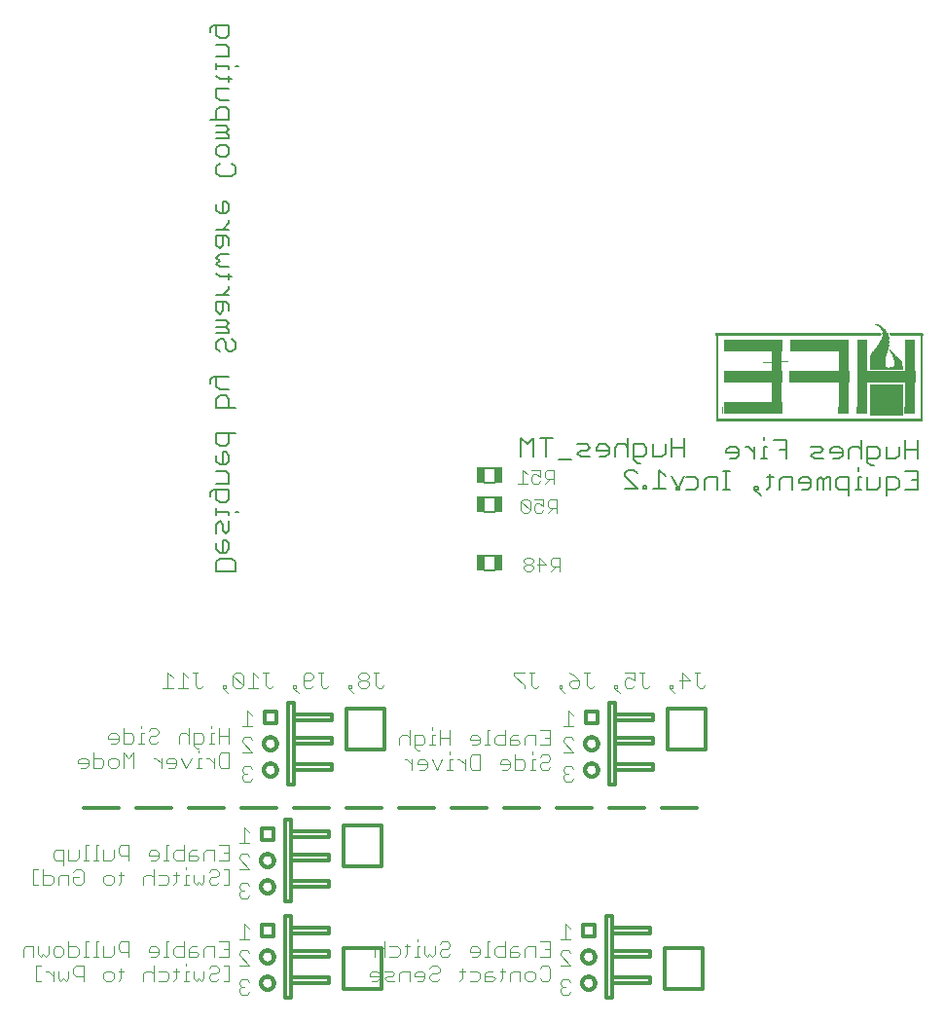
<source format=gbo>
G75*
%MOIN*%
%OFA0B0*%
%FSLAX25Y25*%
%IPPOS*%
%LPD*%
%AMOC8*
5,1,8,0,0,1.08239X$1,22.5*
%
%ADD10C,0.00600*%
%ADD11R,0.70900X0.00100*%
%ADD12R,0.00700X0.00100*%
%ADD13R,0.00800X0.00100*%
%ADD14R,0.11300X0.00100*%
%ADD15R,0.03600X0.00100*%
%ADD16R,0.20200X0.00100*%
%ADD17R,0.00100X0.00100*%
%ADD18R,0.11200X0.00100*%
%ADD19R,0.20100X0.00100*%
%ADD20R,0.20400X0.00100*%
%ADD21R,0.04400X0.00100*%
%ADD22R,0.06300X0.00100*%
%ADD23R,0.03800X0.00100*%
%ADD24R,0.05800X0.00100*%
%ADD25R,0.03500X0.00100*%
%ADD26R,0.05500X0.00100*%
%ADD27R,0.03300X0.00100*%
%ADD28R,0.05400X0.00100*%
%ADD29R,0.03200X0.00100*%
%ADD30R,0.05300X0.00100*%
%ADD31R,0.03100X0.00100*%
%ADD32R,0.03000X0.00100*%
%ADD33R,0.02800X0.00100*%
%ADD34R,0.02900X0.00100*%
%ADD35R,0.05200X0.00100*%
%ADD36R,0.02700X0.00100*%
%ADD37R,0.02600X0.00100*%
%ADD38R,0.02400X0.00100*%
%ADD39R,0.02300X0.00100*%
%ADD40R,0.02200X0.00100*%
%ADD41R,0.02100X0.00100*%
%ADD42R,0.02000X0.00100*%
%ADD43R,0.01900X0.00100*%
%ADD44R,0.01800X0.00100*%
%ADD45R,0.01700X0.00100*%
%ADD46R,0.01500X0.00100*%
%ADD47R,0.01600X0.00100*%
%ADD48R,0.01400X0.00100*%
%ADD49R,0.01300X0.00100*%
%ADD50R,0.01100X0.00100*%
%ADD51R,0.05600X0.00100*%
%ADD52R,0.01000X0.00100*%
%ADD53R,0.00900X0.00100*%
%ADD54R,0.00500X0.00100*%
%ADD55R,0.00600X0.00100*%
%ADD56R,0.00400X0.00100*%
%ADD57R,0.05000X0.00100*%
%ADD58R,0.00300X0.00100*%
%ADD59R,0.05100X0.00100*%
%ADD60R,0.00200X0.00100*%
%ADD61R,0.04900X0.00100*%
%ADD62R,0.20300X0.00100*%
%ADD63R,0.04700X0.00100*%
%ADD64R,0.04600X0.00100*%
%ADD65R,0.04500X0.00100*%
%ADD66R,0.04300X0.00100*%
%ADD67R,0.04100X0.00100*%
%ADD68R,0.04000X0.00100*%
%ADD69R,0.03900X0.00100*%
%ADD70R,0.03700X0.00100*%
%ADD71R,0.03400X0.00100*%
%ADD72R,0.02500X0.00100*%
%ADD73R,0.56400X0.00100*%
%ADD74R,0.56500X0.00100*%
%ADD75R,0.11400X0.00100*%
%ADD76R,0.11500X0.00100*%
%ADD77R,0.56300X0.00100*%
%ADD78R,0.01200X0.00100*%
%ADD79C,0.00100*%
%ADD80C,0.00400*%
%ADD81C,0.01200*%
%ADD82R,0.02559X0.05512*%
D10*
X0160334Y0248934D02*
X0160334Y0252137D01*
X0161402Y0253205D01*
X0165672Y0253205D01*
X0166740Y0252137D01*
X0166740Y0248934D01*
X0160334Y0248934D01*
X0161402Y0255380D02*
X0163537Y0255380D01*
X0164605Y0256447D01*
X0164605Y0258583D01*
X0163537Y0259650D01*
X0162469Y0259650D01*
X0162469Y0255380D01*
X0161402Y0255380D02*
X0160334Y0256447D01*
X0160334Y0258583D01*
X0160334Y0261825D02*
X0160334Y0265028D01*
X0161402Y0266096D01*
X0162469Y0265028D01*
X0162469Y0262893D01*
X0163537Y0261825D01*
X0164605Y0262893D01*
X0164605Y0266096D01*
X0164605Y0268271D02*
X0164605Y0269338D01*
X0160334Y0269338D01*
X0160334Y0268271D02*
X0160334Y0270406D01*
X0161402Y0272568D02*
X0160334Y0273635D01*
X0160334Y0276838D01*
X0159267Y0276838D02*
X0164605Y0276838D01*
X0164605Y0273635D01*
X0163537Y0272568D01*
X0161402Y0272568D01*
X0158199Y0274703D02*
X0158199Y0275771D01*
X0159267Y0276838D01*
X0160334Y0279013D02*
X0164605Y0279013D01*
X0164605Y0282216D01*
X0163537Y0283284D01*
X0160334Y0283284D01*
X0161402Y0285459D02*
X0163537Y0285459D01*
X0164605Y0286526D01*
X0164605Y0288662D01*
X0163537Y0289729D01*
X0162469Y0289729D01*
X0162469Y0285459D01*
X0161402Y0285459D02*
X0160334Y0286526D01*
X0160334Y0288662D01*
X0161402Y0291904D02*
X0163537Y0291904D01*
X0164605Y0292972D01*
X0164605Y0296175D01*
X0166740Y0296175D02*
X0160334Y0296175D01*
X0160334Y0292972D01*
X0161402Y0291904D01*
X0160334Y0304795D02*
X0160334Y0307998D01*
X0161402Y0309066D01*
X0163537Y0309066D01*
X0164605Y0307998D01*
X0164605Y0304795D01*
X0166740Y0304795D02*
X0160334Y0304795D01*
X0161402Y0311241D02*
X0160334Y0312308D01*
X0160334Y0315511D01*
X0159267Y0315511D02*
X0158199Y0314444D01*
X0158199Y0313376D01*
X0159267Y0315511D02*
X0164605Y0315511D01*
X0164605Y0311241D02*
X0161402Y0311241D01*
X0161402Y0324132D02*
X0160334Y0325199D01*
X0160334Y0327335D01*
X0161402Y0328402D01*
X0162469Y0328402D01*
X0163537Y0327335D01*
X0163537Y0325199D01*
X0164605Y0324132D01*
X0165672Y0324132D01*
X0166740Y0325199D01*
X0166740Y0327335D01*
X0165672Y0328402D01*
X0164605Y0330577D02*
X0160334Y0330577D01*
X0160334Y0332712D02*
X0163537Y0332712D01*
X0164605Y0333780D01*
X0163537Y0334848D01*
X0160334Y0334848D01*
X0161402Y0337023D02*
X0162469Y0338090D01*
X0162469Y0341293D01*
X0163537Y0341293D02*
X0160334Y0341293D01*
X0160334Y0338090D01*
X0161402Y0337023D01*
X0164605Y0338090D02*
X0164605Y0340226D01*
X0163537Y0341293D01*
X0162469Y0343468D02*
X0164605Y0345603D01*
X0164605Y0346671D01*
X0164605Y0348840D02*
X0164605Y0350975D01*
X0165672Y0349907D02*
X0161402Y0349907D01*
X0160334Y0350975D01*
X0161402Y0353137D02*
X0160334Y0354204D01*
X0161402Y0355272D01*
X0160334Y0356339D01*
X0161402Y0357407D01*
X0164605Y0357407D01*
X0164605Y0360650D02*
X0164605Y0362785D01*
X0163537Y0363852D01*
X0160334Y0363852D01*
X0160334Y0360650D01*
X0161402Y0359582D01*
X0162469Y0360650D01*
X0162469Y0363852D01*
X0162469Y0366028D02*
X0164605Y0368163D01*
X0164605Y0369230D01*
X0163537Y0371399D02*
X0164605Y0372466D01*
X0164605Y0374601D01*
X0163537Y0375669D01*
X0162469Y0375669D01*
X0162469Y0371399D01*
X0161402Y0371399D02*
X0163537Y0371399D01*
X0161402Y0371399D02*
X0160334Y0372466D01*
X0160334Y0374601D01*
X0160334Y0366028D02*
X0164605Y0366028D01*
X0164605Y0353137D02*
X0161402Y0353137D01*
X0160334Y0343468D02*
X0164605Y0343468D01*
X0163537Y0332712D02*
X0164605Y0331645D01*
X0164605Y0330577D01*
X0165672Y0384290D02*
X0161402Y0384290D01*
X0160334Y0385357D01*
X0160334Y0387492D01*
X0161402Y0388560D01*
X0161402Y0390735D02*
X0160334Y0391803D01*
X0160334Y0393938D01*
X0161402Y0395006D01*
X0163537Y0395006D01*
X0164605Y0393938D01*
X0164605Y0391803D01*
X0163537Y0390735D01*
X0161402Y0390735D01*
X0165672Y0388560D02*
X0166740Y0387492D01*
X0166740Y0385357D01*
X0165672Y0384290D01*
X0164605Y0397181D02*
X0160334Y0397181D01*
X0160334Y0399316D02*
X0163537Y0399316D01*
X0164605Y0400383D01*
X0163537Y0401451D01*
X0160334Y0401451D01*
X0160334Y0403626D02*
X0160334Y0406829D01*
X0161402Y0407897D01*
X0163537Y0407897D01*
X0164605Y0406829D01*
X0164605Y0403626D01*
X0158199Y0403626D01*
X0163537Y0399316D02*
X0164605Y0398248D01*
X0164605Y0397181D01*
X0164605Y0410072D02*
X0161402Y0410072D01*
X0160334Y0411139D01*
X0160334Y0414342D01*
X0164605Y0414342D01*
X0164605Y0416517D02*
X0164605Y0418652D01*
X0165672Y0417585D02*
X0161402Y0417585D01*
X0160334Y0418652D01*
X0160334Y0420814D02*
X0160334Y0422949D01*
X0160334Y0421882D02*
X0164605Y0421882D01*
X0164605Y0420814D01*
X0166740Y0421882D02*
X0167807Y0421882D01*
X0164605Y0425111D02*
X0164605Y0428314D01*
X0163537Y0429382D01*
X0160334Y0429382D01*
X0161402Y0431557D02*
X0160334Y0432624D01*
X0160334Y0435827D01*
X0159267Y0435827D02*
X0164605Y0435827D01*
X0164605Y0432624D01*
X0163537Y0431557D01*
X0161402Y0431557D01*
X0158199Y0433692D02*
X0158199Y0434759D01*
X0159267Y0435827D01*
X0160334Y0425111D02*
X0164605Y0425111D01*
X0264700Y0294540D02*
X0264700Y0288134D01*
X0268970Y0288134D02*
X0268970Y0294540D01*
X0266835Y0292405D01*
X0264700Y0294540D01*
X0271146Y0294540D02*
X0275416Y0294540D01*
X0273281Y0294540D02*
X0273281Y0288134D01*
X0277591Y0287067D02*
X0281861Y0287067D01*
X0284037Y0289202D02*
X0285104Y0290269D01*
X0287239Y0290269D01*
X0288307Y0291337D01*
X0287239Y0292405D01*
X0284037Y0292405D01*
X0284037Y0289202D02*
X0285104Y0288134D01*
X0288307Y0288134D01*
X0290482Y0290269D02*
X0294752Y0290269D01*
X0294752Y0289202D02*
X0294752Y0291337D01*
X0293685Y0292405D01*
X0291550Y0292405D01*
X0290482Y0291337D01*
X0290482Y0290269D01*
X0291550Y0288134D02*
X0293685Y0288134D01*
X0294752Y0289202D01*
X0296928Y0288134D02*
X0296928Y0291337D01*
X0297995Y0292405D01*
X0300130Y0292405D01*
X0301198Y0291337D01*
X0303373Y0292405D02*
X0303373Y0287067D01*
X0304441Y0285999D01*
X0305508Y0285999D01*
X0306576Y0288134D02*
X0303373Y0288134D01*
X0301198Y0288134D02*
X0301198Y0294540D01*
X0303373Y0292405D02*
X0306576Y0292405D01*
X0307643Y0291337D01*
X0307643Y0289202D01*
X0306576Y0288134D01*
X0309819Y0288134D02*
X0309819Y0292405D01*
X0314089Y0292405D02*
X0314089Y0289202D01*
X0313021Y0288134D01*
X0309819Y0288134D01*
X0311954Y0283540D02*
X0311954Y0277134D01*
X0314089Y0277134D02*
X0309819Y0277134D01*
X0307643Y0277134D02*
X0306576Y0277134D01*
X0306576Y0278202D01*
X0307643Y0278202D01*
X0307643Y0277134D01*
X0304421Y0277134D02*
X0300150Y0281405D01*
X0300150Y0282472D01*
X0301218Y0283540D01*
X0303353Y0283540D01*
X0304421Y0282472D01*
X0304421Y0277134D02*
X0300150Y0277134D01*
X0311954Y0283540D02*
X0314089Y0281405D01*
X0316264Y0281405D02*
X0318399Y0277134D01*
X0320534Y0281405D01*
X0321067Y0281205D02*
X0324269Y0281205D01*
X0325337Y0280137D01*
X0325337Y0278002D01*
X0324269Y0276934D01*
X0321067Y0276934D01*
X0318891Y0276934D02*
X0317824Y0276934D01*
X0317824Y0278002D01*
X0318891Y0278002D01*
X0318891Y0276934D01*
X0327512Y0276934D02*
X0327512Y0280137D01*
X0328580Y0281205D01*
X0331782Y0281205D01*
X0331782Y0276934D01*
X0333944Y0276934D02*
X0336079Y0276934D01*
X0335012Y0276934D02*
X0335012Y0283340D01*
X0336079Y0283340D02*
X0333944Y0283340D01*
X0336099Y0287434D02*
X0338235Y0287434D01*
X0339302Y0288502D01*
X0339302Y0290637D01*
X0338235Y0291705D01*
X0336099Y0291705D01*
X0335032Y0290637D01*
X0335032Y0289569D01*
X0339302Y0289569D01*
X0341471Y0291705D02*
X0342538Y0291705D01*
X0344673Y0289569D01*
X0344673Y0287434D02*
X0344673Y0291705D01*
X0347903Y0291705D02*
X0347903Y0287434D01*
X0348970Y0287434D02*
X0346835Y0287434D01*
X0347903Y0291705D02*
X0348970Y0291705D01*
X0347903Y0293840D02*
X0347903Y0294907D01*
X0351146Y0293840D02*
X0355416Y0293840D01*
X0355416Y0287434D01*
X0355416Y0290637D02*
X0353281Y0290637D01*
X0364037Y0291705D02*
X0367239Y0291705D01*
X0368307Y0290637D01*
X0367239Y0289569D01*
X0365104Y0289569D01*
X0364037Y0288502D01*
X0365104Y0287434D01*
X0368307Y0287434D01*
X0370482Y0289569D02*
X0374752Y0289569D01*
X0374752Y0288502D02*
X0374752Y0290637D01*
X0373685Y0291705D01*
X0371550Y0291705D01*
X0370482Y0290637D01*
X0370482Y0289569D01*
X0371550Y0287434D02*
X0373685Y0287434D01*
X0374752Y0288502D01*
X0376928Y0287434D02*
X0376928Y0290637D01*
X0377995Y0291705D01*
X0380130Y0291705D01*
X0381198Y0290637D01*
X0383373Y0291705D02*
X0386576Y0291705D01*
X0387643Y0290637D01*
X0387643Y0288502D01*
X0386576Y0287434D01*
X0383373Y0287434D01*
X0383373Y0286367D02*
X0383373Y0291705D01*
X0381198Y0293840D02*
X0381198Y0287434D01*
X0383373Y0286367D02*
X0384441Y0285299D01*
X0385508Y0285299D01*
X0383373Y0281205D02*
X0383373Y0276934D01*
X0386576Y0276934D01*
X0387643Y0278002D01*
X0387643Y0281205D01*
X0389819Y0281205D02*
X0393021Y0281205D01*
X0394089Y0280137D01*
X0394089Y0278002D01*
X0393021Y0276934D01*
X0389819Y0276934D01*
X0389819Y0274799D02*
X0389819Y0281205D01*
X0396264Y0283340D02*
X0400534Y0283340D01*
X0400534Y0276934D01*
X0396264Y0276934D01*
X0398399Y0280137D02*
X0400534Y0280137D01*
X0400534Y0287434D02*
X0400534Y0293840D01*
X0400534Y0290637D02*
X0396264Y0290637D01*
X0394089Y0291705D02*
X0394089Y0288502D01*
X0393021Y0287434D01*
X0389819Y0287434D01*
X0389819Y0291705D01*
X0396264Y0293840D02*
X0396264Y0287434D01*
X0381198Y0281205D02*
X0380130Y0281205D01*
X0380130Y0276934D01*
X0379063Y0276934D02*
X0381198Y0276934D01*
X0376901Y0276934D02*
X0373698Y0276934D01*
X0372631Y0278002D01*
X0372631Y0280137D01*
X0373698Y0281205D01*
X0376901Y0281205D01*
X0376901Y0274799D01*
X0370455Y0276934D02*
X0370455Y0281205D01*
X0369388Y0281205D01*
X0368320Y0280137D01*
X0367253Y0281205D01*
X0366185Y0280137D01*
X0366185Y0276934D01*
X0368320Y0276934D02*
X0368320Y0280137D01*
X0364010Y0280137D02*
X0364010Y0278002D01*
X0362942Y0276934D01*
X0360807Y0276934D01*
X0359740Y0279069D02*
X0364010Y0279069D01*
X0364010Y0280137D02*
X0362942Y0281205D01*
X0360807Y0281205D01*
X0359740Y0280137D01*
X0359740Y0279069D01*
X0357564Y0276934D02*
X0357564Y0281205D01*
X0354362Y0281205D01*
X0353294Y0280137D01*
X0353294Y0276934D01*
X0350051Y0278002D02*
X0348984Y0276934D01*
X0350051Y0278002D02*
X0350051Y0282272D01*
X0348984Y0281205D02*
X0351119Y0281205D01*
X0345754Y0278002D02*
X0345754Y0276934D01*
X0344687Y0276934D01*
X0344687Y0278002D01*
X0345754Y0278002D01*
X0344687Y0276934D02*
X0346822Y0274799D01*
X0320534Y0288134D02*
X0320534Y0294540D01*
X0320534Y0291337D02*
X0316264Y0291337D01*
X0316264Y0294540D02*
X0316264Y0288134D01*
X0255448Y0284334D02*
X0252220Y0284334D01*
X0252220Y0279334D02*
X0255448Y0279334D01*
X0255448Y0274334D02*
X0252220Y0274334D01*
X0252220Y0269334D02*
X0255448Y0269334D01*
X0255448Y0254334D02*
X0252220Y0254334D01*
X0252220Y0249334D02*
X0255448Y0249334D01*
X0167807Y0269338D02*
X0166740Y0269338D01*
X0380130Y0283340D02*
X0380130Y0284407D01*
D11*
X0366934Y0300334D03*
X0366934Y0300434D03*
X0366934Y0300534D03*
X0366934Y0300634D03*
X0366934Y0300734D03*
X0366934Y0300834D03*
X0366934Y0300934D03*
X0366934Y0301034D03*
D12*
X0392134Y0323034D03*
X0392234Y0322934D03*
X0392434Y0322734D03*
X0402034Y0322734D03*
X0402034Y0322634D03*
X0402034Y0322534D03*
X0402034Y0322434D03*
X0402034Y0322334D03*
X0402034Y0322234D03*
X0402034Y0322134D03*
X0402034Y0322034D03*
X0402034Y0321934D03*
X0402034Y0321834D03*
X0402034Y0321734D03*
X0402034Y0321634D03*
X0402034Y0321534D03*
X0402034Y0321434D03*
X0402034Y0321334D03*
X0402034Y0321234D03*
X0402034Y0321134D03*
X0402034Y0321034D03*
X0402034Y0320934D03*
X0402034Y0320834D03*
X0402034Y0320734D03*
X0402034Y0320634D03*
X0402034Y0320534D03*
X0402034Y0320434D03*
X0402034Y0320334D03*
X0402034Y0320234D03*
X0402034Y0320134D03*
X0402034Y0320034D03*
X0402034Y0319934D03*
X0402034Y0319834D03*
X0402034Y0319734D03*
X0402034Y0319634D03*
X0402034Y0319534D03*
X0402034Y0319434D03*
X0402034Y0319334D03*
X0402034Y0319234D03*
X0402034Y0319134D03*
X0402034Y0319034D03*
X0402034Y0318934D03*
X0402034Y0318834D03*
X0402034Y0318734D03*
X0402034Y0318634D03*
X0402034Y0318534D03*
X0402034Y0318434D03*
X0402034Y0318334D03*
X0402034Y0318234D03*
X0402034Y0318134D03*
X0402034Y0318034D03*
X0402034Y0317934D03*
X0402034Y0317834D03*
X0402034Y0317734D03*
X0402034Y0317634D03*
X0402034Y0317534D03*
X0402034Y0317434D03*
X0402034Y0317334D03*
X0402034Y0317234D03*
X0402034Y0317134D03*
X0402034Y0317034D03*
X0402034Y0316934D03*
X0402034Y0316834D03*
X0402034Y0316734D03*
X0402034Y0316634D03*
X0402034Y0316534D03*
X0402034Y0316434D03*
X0402034Y0316334D03*
X0402034Y0316234D03*
X0402034Y0316134D03*
X0402034Y0316034D03*
X0402034Y0315934D03*
X0402034Y0315834D03*
X0402034Y0315734D03*
X0402034Y0315634D03*
X0402034Y0315534D03*
X0402034Y0315434D03*
X0402034Y0315334D03*
X0402034Y0315234D03*
X0402034Y0315134D03*
X0402034Y0315034D03*
X0402034Y0314934D03*
X0402034Y0314834D03*
X0402034Y0314734D03*
X0402034Y0314634D03*
X0402034Y0314534D03*
X0402034Y0314434D03*
X0402034Y0314334D03*
X0402034Y0314234D03*
X0402034Y0314134D03*
X0402034Y0314034D03*
X0402034Y0313934D03*
X0402034Y0313834D03*
X0402034Y0313734D03*
X0402034Y0313634D03*
X0402034Y0313534D03*
X0402034Y0313434D03*
X0402034Y0313334D03*
X0402034Y0313234D03*
X0402034Y0313134D03*
X0402034Y0313034D03*
X0402034Y0312934D03*
X0402034Y0312834D03*
X0402034Y0312734D03*
X0402034Y0312634D03*
X0402034Y0312534D03*
X0402034Y0312434D03*
X0402034Y0312334D03*
X0402034Y0312234D03*
X0402034Y0312134D03*
X0402034Y0312034D03*
X0402034Y0311934D03*
X0402034Y0311834D03*
X0402034Y0311734D03*
X0402034Y0311634D03*
X0402034Y0311534D03*
X0402034Y0311434D03*
X0402034Y0311334D03*
X0402034Y0311234D03*
X0402034Y0311134D03*
X0402034Y0311034D03*
X0402034Y0310934D03*
X0402034Y0310834D03*
X0402034Y0310734D03*
X0402034Y0310634D03*
X0402034Y0310534D03*
X0402034Y0310434D03*
X0402034Y0310334D03*
X0402034Y0310234D03*
X0402034Y0310134D03*
X0402034Y0310034D03*
X0402034Y0309934D03*
X0402034Y0309834D03*
X0402034Y0309734D03*
X0402034Y0309634D03*
X0402034Y0309534D03*
X0402034Y0309434D03*
X0402034Y0309334D03*
X0402034Y0309234D03*
X0402034Y0309134D03*
X0402034Y0309034D03*
X0402034Y0308934D03*
X0402034Y0308834D03*
X0402034Y0308734D03*
X0402034Y0308634D03*
X0402034Y0308534D03*
X0402034Y0308434D03*
X0402034Y0308334D03*
X0402034Y0308234D03*
X0402034Y0308134D03*
X0402034Y0308034D03*
X0402034Y0307934D03*
X0402034Y0307834D03*
X0402034Y0307734D03*
X0402034Y0307634D03*
X0402034Y0307534D03*
X0402034Y0307434D03*
X0402034Y0307334D03*
X0402034Y0307234D03*
X0402034Y0307134D03*
X0402034Y0307034D03*
X0402034Y0306934D03*
X0402034Y0306834D03*
X0402034Y0306734D03*
X0402034Y0306634D03*
X0402034Y0306534D03*
X0402034Y0306434D03*
X0402034Y0306334D03*
X0402034Y0306234D03*
X0402034Y0306134D03*
X0402034Y0306034D03*
X0402034Y0305934D03*
X0402034Y0305834D03*
X0402034Y0305734D03*
X0402034Y0305634D03*
X0402034Y0305534D03*
X0402034Y0305434D03*
X0402034Y0305334D03*
X0402034Y0305234D03*
X0402034Y0305134D03*
X0402034Y0305034D03*
X0402034Y0304934D03*
X0402034Y0304834D03*
X0402034Y0304734D03*
X0402034Y0304634D03*
X0402034Y0304534D03*
X0402034Y0304434D03*
X0402034Y0304334D03*
X0402034Y0304234D03*
X0402034Y0304134D03*
X0402034Y0304034D03*
X0402034Y0303934D03*
X0402034Y0303834D03*
X0402034Y0303734D03*
X0402034Y0303634D03*
X0402034Y0303534D03*
X0402034Y0303434D03*
X0402034Y0303334D03*
X0402034Y0303234D03*
X0402034Y0303134D03*
X0402034Y0303034D03*
X0402034Y0302934D03*
X0402034Y0302834D03*
X0402034Y0302734D03*
X0402034Y0302634D03*
X0402034Y0302534D03*
X0402034Y0302434D03*
X0402034Y0302334D03*
X0402034Y0302234D03*
X0402034Y0302134D03*
X0402034Y0302034D03*
X0402034Y0301934D03*
X0402034Y0301834D03*
X0402034Y0301734D03*
X0402034Y0301634D03*
X0402034Y0301534D03*
X0402034Y0301434D03*
X0402034Y0301334D03*
X0402034Y0301234D03*
X0402034Y0301134D03*
X0402034Y0322834D03*
X0402034Y0322934D03*
X0402034Y0323034D03*
X0402034Y0323134D03*
X0402034Y0323234D03*
X0402034Y0323334D03*
X0402034Y0323434D03*
X0402034Y0323534D03*
X0402034Y0323634D03*
X0402034Y0323734D03*
X0402034Y0323834D03*
X0402034Y0323934D03*
X0402034Y0324034D03*
X0402034Y0324134D03*
X0402034Y0324234D03*
X0402034Y0324334D03*
X0402034Y0324434D03*
X0402034Y0324534D03*
X0402034Y0324634D03*
X0402034Y0324734D03*
X0402034Y0324834D03*
X0402034Y0324934D03*
X0402034Y0325034D03*
X0402034Y0325134D03*
X0402034Y0325234D03*
X0402034Y0325334D03*
X0402034Y0325434D03*
X0402034Y0325534D03*
X0402034Y0325634D03*
X0402034Y0325734D03*
X0402034Y0325834D03*
X0402034Y0325934D03*
X0402034Y0326034D03*
X0402034Y0326134D03*
X0402034Y0326234D03*
X0402034Y0326334D03*
X0402034Y0326434D03*
X0402034Y0326534D03*
X0402034Y0326634D03*
X0402034Y0326734D03*
X0402034Y0326834D03*
X0402034Y0326934D03*
X0402034Y0327034D03*
X0402034Y0327134D03*
X0402034Y0327234D03*
X0402034Y0327334D03*
X0402034Y0327434D03*
X0402034Y0327534D03*
X0402034Y0327634D03*
X0402034Y0327734D03*
X0402034Y0327834D03*
X0402034Y0327934D03*
X0402034Y0328034D03*
X0402034Y0328134D03*
X0402034Y0328234D03*
X0402034Y0328334D03*
X0402034Y0328434D03*
X0402034Y0328534D03*
X0402034Y0328634D03*
X0402034Y0328734D03*
X0402034Y0328834D03*
X0402034Y0328934D03*
X0402034Y0329034D03*
X0402034Y0329134D03*
X0402034Y0329234D03*
X0402034Y0329334D03*
X0402034Y0329434D03*
X0402034Y0329534D03*
X0388034Y0332334D03*
X0387934Y0332434D03*
X0387634Y0332634D03*
D13*
X0387784Y0332534D03*
X0388184Y0332234D03*
X0388284Y0332134D03*
X0392284Y0322834D03*
X0392584Y0322534D03*
X0331884Y0322534D03*
X0331884Y0322434D03*
X0331884Y0322334D03*
X0331884Y0322234D03*
X0331884Y0322134D03*
X0331884Y0322034D03*
X0331884Y0321934D03*
X0331884Y0321834D03*
X0331884Y0321734D03*
X0331884Y0321634D03*
X0331884Y0321534D03*
X0331884Y0321434D03*
X0331884Y0321334D03*
X0331884Y0321234D03*
X0331884Y0321134D03*
X0331884Y0321034D03*
X0331884Y0320934D03*
X0331884Y0320834D03*
X0331884Y0320734D03*
X0331884Y0320634D03*
X0331884Y0320534D03*
X0331884Y0320434D03*
X0331884Y0320334D03*
X0331884Y0320234D03*
X0331884Y0320134D03*
X0331884Y0320034D03*
X0331884Y0319934D03*
X0331884Y0319834D03*
X0331884Y0319734D03*
X0331884Y0319634D03*
X0331884Y0319534D03*
X0331884Y0319434D03*
X0331884Y0319334D03*
X0331884Y0319234D03*
X0331884Y0319134D03*
X0331884Y0319034D03*
X0331884Y0318934D03*
X0331884Y0318834D03*
X0331884Y0318734D03*
X0331884Y0318634D03*
X0331884Y0318534D03*
X0331884Y0318434D03*
X0331884Y0318334D03*
X0331884Y0318234D03*
X0331884Y0318134D03*
X0331884Y0318034D03*
X0331884Y0317934D03*
X0331884Y0317834D03*
X0331884Y0317734D03*
X0331884Y0317634D03*
X0331884Y0317534D03*
X0331884Y0317434D03*
X0331884Y0317334D03*
X0331884Y0317234D03*
X0331884Y0317134D03*
X0331884Y0317034D03*
X0331884Y0316934D03*
X0331884Y0316834D03*
X0331884Y0316734D03*
X0331884Y0316634D03*
X0331884Y0316534D03*
X0331884Y0316434D03*
X0331884Y0316334D03*
X0331884Y0316234D03*
X0331884Y0316134D03*
X0331884Y0316034D03*
X0331884Y0315934D03*
X0331884Y0315834D03*
X0331884Y0315734D03*
X0331884Y0315634D03*
X0331884Y0315534D03*
X0331884Y0315434D03*
X0331884Y0315334D03*
X0331884Y0315234D03*
X0331884Y0315134D03*
X0331884Y0315034D03*
X0331884Y0314934D03*
X0331884Y0314834D03*
X0331884Y0314734D03*
X0331884Y0314634D03*
X0331884Y0314534D03*
X0331884Y0314434D03*
X0331884Y0314334D03*
X0331884Y0314234D03*
X0331884Y0314134D03*
X0331884Y0314034D03*
X0331884Y0313934D03*
X0331884Y0313834D03*
X0331884Y0313734D03*
X0331884Y0313634D03*
X0331884Y0313534D03*
X0331884Y0313434D03*
X0331884Y0313334D03*
X0331884Y0313234D03*
X0331884Y0313134D03*
X0331884Y0313034D03*
X0331884Y0312934D03*
X0331884Y0312834D03*
X0331884Y0312734D03*
X0331884Y0312634D03*
X0331884Y0312534D03*
X0331884Y0312434D03*
X0331884Y0312334D03*
X0331884Y0312234D03*
X0331884Y0312134D03*
X0331884Y0312034D03*
X0331884Y0311934D03*
X0331884Y0311834D03*
X0331884Y0311734D03*
X0331884Y0311634D03*
X0331884Y0311534D03*
X0331884Y0311434D03*
X0331884Y0311334D03*
X0331884Y0311234D03*
X0331884Y0311134D03*
X0331884Y0311034D03*
X0331884Y0310934D03*
X0331884Y0310834D03*
X0331884Y0310734D03*
X0331884Y0310634D03*
X0331884Y0310534D03*
X0331884Y0310434D03*
X0331884Y0310334D03*
X0331884Y0310234D03*
X0331884Y0310134D03*
X0331884Y0310034D03*
X0331884Y0309934D03*
X0331884Y0309834D03*
X0331884Y0309734D03*
X0331884Y0309634D03*
X0331884Y0309534D03*
X0331884Y0309434D03*
X0331884Y0309334D03*
X0331884Y0309234D03*
X0331884Y0309134D03*
X0331884Y0309034D03*
X0331884Y0308934D03*
X0331884Y0308834D03*
X0331884Y0308734D03*
X0331884Y0308634D03*
X0331884Y0308534D03*
X0331884Y0308434D03*
X0331884Y0308334D03*
X0331884Y0308234D03*
X0331884Y0308134D03*
X0331884Y0308034D03*
X0331884Y0307934D03*
X0331884Y0307834D03*
X0331884Y0307734D03*
X0331884Y0307634D03*
X0331884Y0307534D03*
X0331884Y0307434D03*
X0331884Y0307334D03*
X0331884Y0307234D03*
X0331884Y0307134D03*
X0331884Y0307034D03*
X0331884Y0306934D03*
X0331884Y0306834D03*
X0331884Y0306734D03*
X0331884Y0306634D03*
X0331884Y0306534D03*
X0331884Y0306434D03*
X0331884Y0306334D03*
X0331884Y0306234D03*
X0331884Y0306134D03*
X0331884Y0306034D03*
X0331884Y0305934D03*
X0331884Y0305834D03*
X0331884Y0305734D03*
X0331884Y0305634D03*
X0331884Y0305534D03*
X0331884Y0305434D03*
X0331884Y0305334D03*
X0331884Y0305234D03*
X0331884Y0305134D03*
X0331884Y0305034D03*
X0331884Y0304934D03*
X0331884Y0304834D03*
X0331884Y0304734D03*
X0331884Y0304634D03*
X0331884Y0304534D03*
X0331884Y0304434D03*
X0331884Y0304334D03*
X0331884Y0304234D03*
X0331884Y0304134D03*
X0331884Y0304034D03*
X0331884Y0303934D03*
X0331884Y0303834D03*
X0331884Y0303734D03*
X0331884Y0303634D03*
X0331884Y0303534D03*
X0331884Y0303434D03*
X0331884Y0303334D03*
X0331884Y0303234D03*
X0331884Y0303134D03*
X0331884Y0303034D03*
X0331884Y0302934D03*
X0331884Y0302834D03*
X0331884Y0302734D03*
X0331884Y0302634D03*
X0331884Y0302534D03*
X0331884Y0302434D03*
X0331884Y0302334D03*
X0331884Y0302234D03*
X0331884Y0302134D03*
X0331884Y0302034D03*
X0331884Y0301934D03*
X0331884Y0301834D03*
X0331884Y0301734D03*
X0331884Y0301634D03*
X0331884Y0301534D03*
X0331884Y0301434D03*
X0331884Y0301334D03*
X0331884Y0301234D03*
X0331884Y0301134D03*
X0331884Y0322634D03*
X0331884Y0322734D03*
X0331884Y0322834D03*
X0331884Y0322934D03*
X0331884Y0323034D03*
X0331884Y0323134D03*
X0331884Y0323234D03*
X0331884Y0323334D03*
X0331884Y0323434D03*
X0331884Y0323534D03*
X0331884Y0323634D03*
X0331884Y0323734D03*
X0331884Y0323834D03*
X0331884Y0323934D03*
X0331884Y0324034D03*
X0331884Y0324134D03*
X0331884Y0324234D03*
X0331884Y0324334D03*
X0331884Y0324434D03*
X0331884Y0324534D03*
X0331884Y0324634D03*
X0331884Y0324734D03*
X0331884Y0324834D03*
X0331884Y0324934D03*
X0331884Y0325034D03*
X0331884Y0325134D03*
X0331884Y0325234D03*
X0331884Y0325334D03*
X0331884Y0325434D03*
X0331884Y0325534D03*
X0331884Y0325634D03*
X0331884Y0325734D03*
X0331884Y0325834D03*
X0331884Y0325934D03*
X0331884Y0326034D03*
X0331884Y0326134D03*
X0331884Y0326234D03*
X0331884Y0326334D03*
X0331884Y0326434D03*
X0331884Y0326534D03*
X0331884Y0326634D03*
X0331884Y0326734D03*
X0331884Y0326834D03*
X0331884Y0326934D03*
X0331884Y0327034D03*
X0331884Y0327134D03*
X0331884Y0327234D03*
X0331884Y0327334D03*
X0331884Y0327434D03*
X0331884Y0327534D03*
X0331884Y0327634D03*
X0331884Y0327734D03*
X0331884Y0327834D03*
X0331884Y0327934D03*
X0331884Y0328034D03*
X0331884Y0328134D03*
X0331884Y0328234D03*
X0331884Y0328334D03*
X0331884Y0328434D03*
X0331884Y0328534D03*
X0331884Y0328634D03*
X0331884Y0328734D03*
X0331884Y0328834D03*
X0331884Y0328934D03*
X0331884Y0329034D03*
X0331884Y0329134D03*
X0331884Y0329234D03*
X0331884Y0329334D03*
X0331884Y0329434D03*
X0331884Y0329534D03*
D14*
X0389734Y0318134D03*
X0389734Y0305234D03*
X0389734Y0305134D03*
X0389734Y0305034D03*
X0389734Y0304934D03*
X0389734Y0304834D03*
X0389734Y0304734D03*
X0389734Y0304634D03*
X0389734Y0304534D03*
X0389734Y0304434D03*
X0389734Y0304334D03*
X0389734Y0304234D03*
X0389734Y0304134D03*
X0389734Y0304034D03*
X0389734Y0303934D03*
X0389734Y0303834D03*
X0389734Y0303734D03*
X0389734Y0303634D03*
X0389734Y0303534D03*
X0389734Y0303434D03*
X0389734Y0303334D03*
X0389734Y0303234D03*
X0389734Y0303134D03*
X0389734Y0303034D03*
X0389734Y0302934D03*
X0389734Y0302834D03*
X0389734Y0302734D03*
X0389734Y0302634D03*
X0389734Y0302534D03*
X0389734Y0302434D03*
X0389734Y0302334D03*
X0389734Y0302234D03*
X0396734Y0329634D03*
X0396734Y0329734D03*
X0396734Y0329834D03*
X0396734Y0329934D03*
D15*
X0397984Y0327734D03*
X0397984Y0327634D03*
X0397984Y0327534D03*
X0397984Y0327434D03*
X0397984Y0327334D03*
X0397984Y0327234D03*
X0397984Y0327134D03*
X0397984Y0327034D03*
X0397984Y0326934D03*
X0397984Y0326834D03*
X0397984Y0326734D03*
X0397984Y0326634D03*
X0397984Y0326534D03*
X0397984Y0326434D03*
X0397984Y0326334D03*
X0397984Y0326234D03*
X0397984Y0326134D03*
X0397984Y0326034D03*
X0397984Y0325934D03*
X0397984Y0325834D03*
X0397984Y0325734D03*
X0397984Y0325634D03*
X0397984Y0325534D03*
X0397984Y0325434D03*
X0397984Y0325334D03*
X0397984Y0325234D03*
X0397984Y0325134D03*
X0397984Y0325034D03*
X0397984Y0324934D03*
X0397984Y0324834D03*
X0397984Y0324734D03*
X0397984Y0324634D03*
X0397984Y0324534D03*
X0397984Y0324434D03*
X0397984Y0324334D03*
X0397984Y0324234D03*
X0397984Y0324134D03*
X0397984Y0324034D03*
X0397984Y0323934D03*
X0397984Y0323834D03*
X0397984Y0323734D03*
X0397984Y0323634D03*
X0397984Y0323534D03*
X0397984Y0323434D03*
X0397984Y0323334D03*
X0397984Y0323234D03*
X0397984Y0323134D03*
X0397984Y0323034D03*
X0397984Y0322934D03*
X0397984Y0322834D03*
X0397984Y0322734D03*
X0397984Y0322634D03*
X0397984Y0322534D03*
X0397984Y0322434D03*
X0397984Y0322334D03*
X0397984Y0322234D03*
X0397984Y0322134D03*
X0397984Y0322034D03*
X0397984Y0321934D03*
X0397984Y0321834D03*
X0397984Y0321734D03*
X0397984Y0321634D03*
X0397984Y0321534D03*
X0397984Y0321434D03*
X0397984Y0321334D03*
X0397984Y0321234D03*
X0397984Y0321134D03*
X0397984Y0321034D03*
X0397984Y0320934D03*
X0397984Y0320834D03*
X0397984Y0320734D03*
X0397984Y0320634D03*
X0397984Y0320534D03*
X0397984Y0320434D03*
X0397984Y0320334D03*
X0397984Y0320234D03*
X0397984Y0320134D03*
X0397984Y0320034D03*
X0397984Y0319934D03*
X0397984Y0319834D03*
X0397984Y0319734D03*
X0397984Y0319634D03*
X0397984Y0319534D03*
X0397984Y0319434D03*
X0397984Y0319334D03*
X0397984Y0319234D03*
X0397984Y0319134D03*
X0397984Y0319034D03*
X0397984Y0318934D03*
X0397984Y0318834D03*
X0397984Y0318734D03*
X0397984Y0318634D03*
X0397984Y0318534D03*
X0397984Y0318434D03*
X0397984Y0318334D03*
X0397984Y0318234D03*
X0397984Y0318134D03*
X0397984Y0318034D03*
X0397984Y0317934D03*
X0397984Y0317834D03*
X0397984Y0317734D03*
X0397984Y0317634D03*
X0397984Y0317534D03*
X0397984Y0317434D03*
X0397984Y0317334D03*
X0397984Y0317234D03*
X0397984Y0313434D03*
X0397984Y0313334D03*
X0397984Y0313234D03*
X0397984Y0313134D03*
X0397984Y0313034D03*
X0397984Y0312934D03*
X0397984Y0312834D03*
X0397984Y0312734D03*
X0397984Y0312634D03*
X0397984Y0312534D03*
X0397984Y0312434D03*
X0397984Y0312334D03*
X0397984Y0312234D03*
X0397984Y0312134D03*
X0397984Y0312034D03*
X0397984Y0311934D03*
X0397984Y0311834D03*
X0397984Y0311734D03*
X0397984Y0311634D03*
X0397984Y0311534D03*
X0397984Y0311434D03*
X0397984Y0311334D03*
X0397984Y0311234D03*
X0397984Y0311134D03*
X0397984Y0311034D03*
X0397984Y0310934D03*
X0397984Y0310834D03*
X0397984Y0310734D03*
X0397984Y0310634D03*
X0397984Y0310534D03*
X0397984Y0310434D03*
X0397984Y0310334D03*
X0397984Y0310234D03*
X0397984Y0310134D03*
X0397984Y0310034D03*
X0397984Y0309934D03*
X0397984Y0309834D03*
X0397984Y0309734D03*
X0397984Y0309634D03*
X0397984Y0309534D03*
X0397984Y0309434D03*
X0397984Y0309334D03*
X0397984Y0309234D03*
X0397984Y0309134D03*
X0397984Y0309034D03*
X0397984Y0308934D03*
X0397984Y0308834D03*
X0397984Y0308734D03*
X0397984Y0308634D03*
X0397984Y0308534D03*
X0397984Y0308434D03*
X0397984Y0308334D03*
X0397984Y0308234D03*
X0397984Y0308134D03*
X0397984Y0308034D03*
X0397984Y0307934D03*
X0397984Y0307834D03*
X0397984Y0307734D03*
X0397984Y0307634D03*
X0397984Y0307534D03*
X0397984Y0307434D03*
X0397984Y0307334D03*
X0397984Y0307234D03*
X0397984Y0307134D03*
X0397984Y0307034D03*
X0397984Y0306934D03*
X0397984Y0306834D03*
X0397984Y0306734D03*
X0397984Y0306634D03*
X0397984Y0306534D03*
X0397984Y0306434D03*
X0397984Y0306334D03*
X0397984Y0306234D03*
X0397984Y0306134D03*
X0397984Y0306034D03*
X0397984Y0305934D03*
X0397984Y0305834D03*
X0397984Y0305734D03*
X0397984Y0305634D03*
X0397984Y0305534D03*
X0397984Y0305434D03*
X0397984Y0305334D03*
X0397984Y0305234D03*
X0397984Y0305134D03*
X0397984Y0305034D03*
X0397984Y0304934D03*
X0397984Y0304834D03*
X0397984Y0304734D03*
X0397984Y0304634D03*
X0397984Y0304534D03*
X0397984Y0304434D03*
X0397984Y0304334D03*
X0397984Y0304234D03*
X0397984Y0304134D03*
X0397984Y0304034D03*
X0397984Y0303934D03*
X0397984Y0303834D03*
X0397984Y0303734D03*
X0397984Y0303634D03*
X0397984Y0303534D03*
X0397984Y0303434D03*
X0397984Y0303334D03*
X0397984Y0303234D03*
X0397984Y0303134D03*
X0397984Y0303034D03*
X0397984Y0302934D03*
X0381484Y0302934D03*
X0381484Y0302934D03*
X0381484Y0303034D03*
X0381484Y0303134D03*
X0381484Y0303234D03*
X0381484Y0303334D03*
X0381484Y0303434D03*
X0381484Y0303534D03*
X0381484Y0303634D03*
X0381484Y0303734D03*
X0381484Y0303834D03*
X0381484Y0303934D03*
X0381484Y0304034D03*
X0381484Y0304134D03*
X0381484Y0304234D03*
X0381484Y0304334D03*
X0381484Y0304434D03*
X0381484Y0304534D03*
X0381484Y0304634D03*
X0381484Y0304734D03*
X0381484Y0304834D03*
X0381484Y0304934D03*
X0381484Y0304934D03*
X0381484Y0305034D03*
X0381484Y0305034D03*
X0381484Y0305134D03*
X0381484Y0305134D03*
X0381484Y0305234D03*
X0381484Y0305234D03*
X0381484Y0305334D03*
X0381484Y0305434D03*
X0381484Y0305534D03*
X0381484Y0305634D03*
X0381484Y0305734D03*
X0381484Y0305834D03*
X0381484Y0305934D03*
X0381484Y0306034D03*
X0381484Y0306134D03*
X0381484Y0306234D03*
X0381484Y0306334D03*
X0381484Y0306434D03*
X0381484Y0306534D03*
X0381484Y0306634D03*
X0381484Y0306734D03*
X0381484Y0306834D03*
X0381484Y0306934D03*
X0381484Y0307034D03*
X0381484Y0307134D03*
X0381484Y0307234D03*
X0381484Y0307334D03*
X0381484Y0307434D03*
X0381484Y0307534D03*
X0381484Y0307634D03*
X0381484Y0307734D03*
X0381484Y0307834D03*
X0381484Y0307934D03*
X0381484Y0308034D03*
X0381484Y0308134D03*
X0381484Y0308234D03*
X0381484Y0308334D03*
X0381484Y0308434D03*
X0381484Y0308534D03*
X0381484Y0308634D03*
X0381484Y0308734D03*
X0381484Y0308834D03*
X0381484Y0308934D03*
X0381484Y0309034D03*
X0381484Y0309134D03*
X0381484Y0309234D03*
X0381484Y0309334D03*
X0381484Y0309434D03*
X0381484Y0309534D03*
X0381484Y0309634D03*
X0381484Y0309734D03*
X0381484Y0309834D03*
X0381484Y0309934D03*
X0381484Y0310034D03*
X0381484Y0310134D03*
X0381484Y0310234D03*
X0381484Y0310334D03*
X0381484Y0310434D03*
X0381484Y0310534D03*
X0381484Y0310634D03*
X0381484Y0310734D03*
X0381484Y0310834D03*
X0381484Y0310934D03*
X0381484Y0311034D03*
X0381484Y0311134D03*
X0381484Y0311234D03*
X0381484Y0311334D03*
X0381484Y0311434D03*
X0381484Y0311534D03*
X0381484Y0311634D03*
X0381484Y0311734D03*
X0381484Y0311834D03*
X0381484Y0311934D03*
X0381484Y0312034D03*
X0381484Y0312134D03*
X0381484Y0312234D03*
X0381484Y0312334D03*
X0381484Y0312434D03*
X0381484Y0312534D03*
X0381484Y0312634D03*
X0381484Y0312734D03*
X0381484Y0312834D03*
X0381484Y0312934D03*
X0381484Y0313034D03*
X0381484Y0313134D03*
X0381484Y0313234D03*
X0381484Y0313334D03*
X0381484Y0313434D03*
X0381484Y0317234D03*
X0381484Y0317334D03*
X0381484Y0317434D03*
X0381484Y0317534D03*
X0381484Y0317634D03*
X0381484Y0317734D03*
X0381484Y0317834D03*
X0381484Y0317934D03*
X0381484Y0318034D03*
X0381484Y0318134D03*
X0381484Y0318234D03*
X0381484Y0318334D03*
X0381484Y0318434D03*
X0381484Y0318534D03*
X0381484Y0318634D03*
X0381484Y0318734D03*
X0381484Y0318834D03*
X0381484Y0318934D03*
X0381484Y0319034D03*
X0381484Y0319134D03*
X0381484Y0319234D03*
X0381484Y0319334D03*
X0381484Y0319434D03*
X0381484Y0319534D03*
X0381484Y0319634D03*
X0381484Y0319734D03*
X0381484Y0319834D03*
X0381484Y0319934D03*
X0381484Y0320034D03*
X0381484Y0320134D03*
X0381484Y0320234D03*
X0381484Y0320334D03*
X0381484Y0320434D03*
X0381484Y0320534D03*
X0381484Y0320634D03*
X0381484Y0320734D03*
X0381484Y0320834D03*
X0381484Y0320934D03*
X0381484Y0321034D03*
X0381484Y0321134D03*
X0381484Y0321234D03*
X0381484Y0321334D03*
X0381484Y0321434D03*
X0381484Y0321534D03*
X0381484Y0321634D03*
X0381484Y0321734D03*
X0381484Y0321834D03*
X0381484Y0321934D03*
X0381484Y0322034D03*
X0381484Y0322134D03*
X0381484Y0322234D03*
X0381484Y0322334D03*
X0381484Y0322434D03*
X0381484Y0322534D03*
X0381484Y0322634D03*
X0381484Y0322734D03*
X0381484Y0322834D03*
X0381484Y0322934D03*
X0381484Y0323034D03*
X0381484Y0323134D03*
X0381484Y0323234D03*
X0381484Y0323334D03*
X0381484Y0323434D03*
X0381484Y0323534D03*
X0381484Y0323634D03*
X0381484Y0323734D03*
X0381484Y0323834D03*
X0381484Y0323934D03*
X0381484Y0324034D03*
X0381484Y0324134D03*
X0381484Y0324234D03*
X0381484Y0324334D03*
X0381484Y0324434D03*
X0381484Y0324534D03*
X0381484Y0324634D03*
X0381484Y0324734D03*
X0381484Y0324834D03*
X0381484Y0324934D03*
X0381484Y0325034D03*
X0381484Y0325134D03*
X0381484Y0325234D03*
X0381484Y0325334D03*
X0381484Y0325434D03*
X0381484Y0325534D03*
X0381484Y0325634D03*
X0381484Y0325734D03*
X0381484Y0325834D03*
X0381484Y0325934D03*
X0381484Y0326034D03*
X0381484Y0326134D03*
X0381484Y0326234D03*
X0381484Y0326334D03*
X0381484Y0326434D03*
X0381484Y0326534D03*
X0381484Y0326634D03*
X0381484Y0326734D03*
X0381484Y0326834D03*
X0381484Y0326934D03*
X0381484Y0327034D03*
X0381484Y0327134D03*
X0381484Y0327234D03*
X0381484Y0327334D03*
X0381484Y0327434D03*
X0381484Y0327534D03*
X0381484Y0327634D03*
X0381484Y0327734D03*
X0375284Y0324034D03*
X0375284Y0323934D03*
X0375284Y0323834D03*
X0375284Y0323734D03*
X0375284Y0323634D03*
X0375284Y0323534D03*
X0375284Y0323434D03*
X0375284Y0323334D03*
X0375284Y0323234D03*
X0375284Y0323134D03*
X0375284Y0323034D03*
X0375284Y0322934D03*
X0375284Y0322834D03*
X0375284Y0322734D03*
X0375284Y0322634D03*
X0375284Y0322534D03*
X0375284Y0322434D03*
X0375284Y0322334D03*
X0375284Y0322234D03*
X0375284Y0322134D03*
X0375284Y0322034D03*
X0375284Y0321934D03*
X0375284Y0321834D03*
X0375284Y0321734D03*
X0375284Y0321634D03*
X0375284Y0321534D03*
X0375284Y0321434D03*
X0375284Y0321334D03*
X0375284Y0321234D03*
X0375284Y0321134D03*
X0375284Y0321034D03*
X0375284Y0320934D03*
X0375284Y0320834D03*
X0375284Y0320734D03*
X0375284Y0320634D03*
X0375284Y0320534D03*
X0375284Y0320434D03*
X0375284Y0320334D03*
X0375284Y0320234D03*
X0375284Y0320134D03*
X0375284Y0320034D03*
X0375284Y0319934D03*
X0375284Y0319834D03*
X0375284Y0319734D03*
X0375284Y0319634D03*
X0375284Y0319534D03*
X0375284Y0319434D03*
X0375284Y0319334D03*
X0375284Y0319234D03*
X0375284Y0319134D03*
X0375284Y0319034D03*
X0375284Y0318934D03*
X0375284Y0318834D03*
X0375284Y0318734D03*
X0375284Y0318634D03*
X0375284Y0318534D03*
X0375284Y0318434D03*
X0375284Y0318334D03*
X0375284Y0318234D03*
X0375284Y0318134D03*
X0375284Y0318034D03*
X0375284Y0317934D03*
X0375284Y0317834D03*
X0375284Y0317734D03*
X0375284Y0317634D03*
X0375284Y0317534D03*
X0375284Y0317434D03*
X0375284Y0317334D03*
X0375284Y0317234D03*
X0375284Y0313434D03*
X0375284Y0313334D03*
X0375284Y0313234D03*
X0375284Y0313134D03*
X0375284Y0313034D03*
X0375284Y0312934D03*
X0375284Y0312834D03*
X0375284Y0312734D03*
X0375284Y0312634D03*
X0375284Y0312534D03*
X0375284Y0312434D03*
X0375284Y0312334D03*
X0375284Y0312234D03*
X0375284Y0312134D03*
X0375284Y0312034D03*
X0375284Y0311934D03*
X0375284Y0311834D03*
X0375284Y0311734D03*
X0375284Y0311634D03*
X0375284Y0311534D03*
X0375284Y0311434D03*
X0375284Y0311334D03*
X0375284Y0311234D03*
X0375284Y0311134D03*
X0375284Y0311034D03*
X0375284Y0310934D03*
X0375284Y0310834D03*
X0375284Y0310734D03*
X0375284Y0310634D03*
X0375284Y0310534D03*
X0375284Y0310434D03*
X0375284Y0310334D03*
X0375284Y0310234D03*
X0375284Y0310134D03*
X0375284Y0310034D03*
X0375284Y0309934D03*
X0375284Y0309834D03*
X0375284Y0309734D03*
X0375284Y0309634D03*
X0375284Y0309534D03*
X0375284Y0309434D03*
X0375284Y0309334D03*
X0375284Y0309234D03*
X0375284Y0309134D03*
X0375284Y0309034D03*
X0375284Y0308934D03*
X0375284Y0308834D03*
X0375284Y0308734D03*
X0375284Y0308634D03*
X0375284Y0308534D03*
X0375284Y0308434D03*
X0375284Y0308334D03*
X0375284Y0308234D03*
X0375284Y0308134D03*
X0375284Y0308034D03*
X0375284Y0307934D03*
X0375284Y0307834D03*
X0375284Y0307734D03*
X0375284Y0307634D03*
X0375284Y0307534D03*
X0375284Y0307434D03*
X0375284Y0307334D03*
X0375284Y0307234D03*
X0375284Y0307134D03*
X0375284Y0307034D03*
X0375284Y0306934D03*
X0375284Y0306834D03*
X0375284Y0306734D03*
X0375284Y0306634D03*
X0375284Y0306534D03*
X0375284Y0306434D03*
X0375284Y0306334D03*
X0375284Y0306234D03*
X0375284Y0306134D03*
X0375284Y0306034D03*
X0375284Y0305934D03*
X0375284Y0305834D03*
X0375284Y0305734D03*
X0375284Y0305634D03*
X0375284Y0305534D03*
X0375284Y0305434D03*
X0375284Y0305334D03*
X0375284Y0305234D03*
X0375284Y0305234D03*
X0375284Y0305134D03*
X0375284Y0305134D03*
X0375284Y0305034D03*
X0375284Y0305034D03*
X0375284Y0304934D03*
X0375284Y0304934D03*
X0375284Y0304834D03*
X0375284Y0304734D03*
X0375284Y0304634D03*
X0375284Y0304534D03*
X0375284Y0304434D03*
X0375284Y0304334D03*
X0375284Y0304234D03*
X0375284Y0304134D03*
X0375284Y0304034D03*
X0375284Y0303934D03*
X0375284Y0303834D03*
X0375284Y0303734D03*
X0375284Y0303634D03*
X0375284Y0303534D03*
X0375284Y0303434D03*
X0375284Y0303334D03*
X0375284Y0303234D03*
X0375284Y0303134D03*
X0375284Y0303034D03*
X0375284Y0302934D03*
X0375284Y0302934D03*
X0352384Y0306734D03*
X0352384Y0306834D03*
X0352384Y0306934D03*
X0352384Y0307034D03*
X0352384Y0307134D03*
X0352384Y0307234D03*
X0352384Y0307334D03*
X0352384Y0307434D03*
X0352384Y0307534D03*
X0352384Y0307634D03*
X0352384Y0307734D03*
X0352384Y0307834D03*
X0352384Y0307934D03*
X0352384Y0308034D03*
X0352384Y0308134D03*
X0352384Y0308234D03*
X0352384Y0308334D03*
X0352384Y0308434D03*
X0352384Y0308534D03*
X0352384Y0308634D03*
X0352384Y0308734D03*
X0352384Y0308834D03*
X0352384Y0308934D03*
X0352384Y0309034D03*
X0352384Y0309134D03*
X0352384Y0309234D03*
X0352384Y0309334D03*
X0352384Y0309434D03*
X0352384Y0309534D03*
X0352384Y0309634D03*
X0352384Y0309734D03*
X0352384Y0309834D03*
X0352384Y0309934D03*
X0352384Y0310034D03*
X0352384Y0310134D03*
X0352384Y0310234D03*
X0352384Y0310334D03*
X0352384Y0310434D03*
X0352384Y0310534D03*
X0352384Y0310634D03*
X0352384Y0310734D03*
X0352384Y0310834D03*
X0352384Y0310934D03*
X0352384Y0311034D03*
X0352384Y0311134D03*
X0352384Y0311234D03*
X0352384Y0311334D03*
X0352384Y0311434D03*
X0352384Y0311534D03*
X0352384Y0311634D03*
X0352384Y0311734D03*
X0352384Y0311834D03*
X0352384Y0311934D03*
X0352384Y0312034D03*
X0352384Y0312134D03*
X0352384Y0312234D03*
X0352384Y0312334D03*
X0352384Y0312434D03*
X0352384Y0312534D03*
X0352384Y0312634D03*
X0352384Y0312734D03*
X0352384Y0312834D03*
X0352384Y0312934D03*
X0352384Y0313034D03*
X0352384Y0313134D03*
X0352384Y0313234D03*
X0352384Y0313334D03*
X0352384Y0313434D03*
X0352384Y0317234D03*
X0352384Y0317334D03*
X0352384Y0317434D03*
X0352384Y0317534D03*
X0352384Y0317634D03*
X0352384Y0317834D03*
X0352384Y0317934D03*
X0352384Y0318034D03*
X0352384Y0318134D03*
X0352384Y0318234D03*
X0352384Y0318334D03*
X0352384Y0318434D03*
X0352384Y0318534D03*
X0352384Y0318634D03*
X0352384Y0318734D03*
X0352384Y0318834D03*
X0352384Y0318934D03*
X0352384Y0319034D03*
X0352384Y0319134D03*
X0352384Y0319234D03*
X0352384Y0319334D03*
X0352384Y0319434D03*
X0352384Y0319534D03*
X0352384Y0319634D03*
X0352384Y0319734D03*
X0352384Y0319834D03*
X0352384Y0319934D03*
X0352384Y0320034D03*
X0352384Y0320134D03*
X0352384Y0320234D03*
X0352384Y0320334D03*
X0352384Y0320434D03*
X0352384Y0320534D03*
X0352384Y0320634D03*
X0352384Y0320734D03*
X0352384Y0320834D03*
X0352384Y0320934D03*
X0352384Y0321034D03*
X0352384Y0321134D03*
X0352384Y0321234D03*
X0352384Y0321334D03*
X0352384Y0321434D03*
X0352384Y0321534D03*
X0352384Y0321634D03*
X0352384Y0321734D03*
X0352384Y0321834D03*
X0352384Y0322034D03*
X0352384Y0322134D03*
X0352384Y0322234D03*
X0352384Y0322334D03*
X0352384Y0322434D03*
X0352384Y0322534D03*
X0352384Y0322634D03*
X0352384Y0322734D03*
X0352384Y0322834D03*
X0352384Y0322934D03*
X0352384Y0323034D03*
X0352384Y0323134D03*
X0352384Y0323234D03*
X0352384Y0323334D03*
X0352384Y0323434D03*
X0352384Y0323534D03*
X0352384Y0323634D03*
X0352384Y0323734D03*
X0352384Y0323834D03*
X0352384Y0323934D03*
X0352384Y0324034D03*
X0354484Y0320634D03*
X0349084Y0320234D03*
X0388884Y0326334D03*
X0388984Y0326534D03*
D16*
X0344084Y0326534D03*
X0344084Y0326434D03*
X0344084Y0326334D03*
X0344084Y0326234D03*
X0344084Y0326134D03*
X0344084Y0326034D03*
X0344084Y0325934D03*
X0344084Y0325834D03*
X0344084Y0325734D03*
X0344084Y0325634D03*
X0344084Y0325534D03*
X0344084Y0325434D03*
X0344084Y0325334D03*
X0344084Y0325234D03*
X0344084Y0325134D03*
X0344084Y0325034D03*
X0344084Y0324934D03*
X0344084Y0324834D03*
X0344084Y0324734D03*
X0344084Y0324634D03*
X0344084Y0324534D03*
X0344084Y0324434D03*
X0344084Y0324334D03*
X0344084Y0324234D03*
X0344084Y0324134D03*
X0344084Y0326634D03*
X0344084Y0326734D03*
X0344084Y0326834D03*
X0344084Y0326934D03*
X0344084Y0327034D03*
X0344084Y0327134D03*
X0344084Y0327234D03*
X0344084Y0327334D03*
X0344084Y0327434D03*
X0344084Y0327534D03*
X0344084Y0327634D03*
X0344084Y0327734D03*
X0344084Y0317134D03*
X0344084Y0317034D03*
X0344084Y0316934D03*
X0344084Y0316834D03*
X0344084Y0316734D03*
X0344084Y0316634D03*
X0344084Y0316534D03*
X0344084Y0316434D03*
X0344084Y0316334D03*
X0344084Y0316234D03*
X0344084Y0316134D03*
X0344084Y0316034D03*
X0344084Y0315934D03*
X0344084Y0315834D03*
X0344084Y0315734D03*
X0344084Y0315634D03*
X0344084Y0315534D03*
X0344084Y0315434D03*
X0344084Y0315334D03*
X0344084Y0315234D03*
X0344084Y0315134D03*
X0344084Y0315034D03*
X0344084Y0314934D03*
X0344084Y0314834D03*
X0344084Y0314734D03*
X0344084Y0314634D03*
X0344084Y0314534D03*
X0344084Y0314434D03*
X0344084Y0314334D03*
X0344084Y0314234D03*
X0344084Y0314134D03*
X0344084Y0314034D03*
X0344084Y0313934D03*
X0344084Y0313834D03*
X0344084Y0313734D03*
X0344084Y0313634D03*
X0344084Y0313534D03*
X0344084Y0306634D03*
X0344084Y0306534D03*
X0344084Y0306434D03*
X0344084Y0306334D03*
X0344084Y0306234D03*
X0344084Y0306134D03*
X0344084Y0306034D03*
X0344084Y0305934D03*
X0344084Y0305834D03*
X0344084Y0305734D03*
X0344084Y0305634D03*
X0344084Y0305534D03*
X0344084Y0305434D03*
X0344084Y0305334D03*
X0344084Y0305234D03*
X0344084Y0305134D03*
X0344084Y0305034D03*
X0344084Y0304934D03*
X0344084Y0304834D03*
X0344084Y0304734D03*
X0344084Y0304634D03*
X0344084Y0304534D03*
X0344084Y0304434D03*
X0344084Y0304334D03*
X0344084Y0304234D03*
X0344084Y0304134D03*
X0344084Y0304034D03*
X0344084Y0303934D03*
X0344084Y0303834D03*
X0344084Y0303734D03*
X0344084Y0303634D03*
X0344084Y0303534D03*
X0344084Y0303534D03*
X0344084Y0303434D03*
X0344084Y0303434D03*
X0344084Y0303334D03*
X0344084Y0303334D03*
X0344084Y0303234D03*
X0344084Y0303134D03*
X0344084Y0303034D03*
X0344084Y0302934D03*
D17*
X0354134Y0302934D03*
X0354134Y0303034D03*
X0354134Y0303034D03*
X0354134Y0303134D03*
X0354134Y0303134D03*
X0354134Y0303134D03*
X0354134Y0303234D03*
X0354134Y0303234D03*
X0354134Y0303234D03*
X0354134Y0303334D03*
X0354134Y0303334D03*
X0354134Y0303334D03*
X0354134Y0303434D03*
X0354134Y0303434D03*
X0354134Y0303434D03*
X0354134Y0303534D03*
X0354134Y0303534D03*
X0354134Y0303534D03*
X0354134Y0303634D03*
X0354134Y0303634D03*
X0354134Y0303734D03*
X0354134Y0303734D03*
X0354134Y0303834D03*
X0354134Y0303834D03*
X0354134Y0303934D03*
X0354134Y0304034D03*
X0354134Y0304134D03*
X0354134Y0304234D03*
X0354134Y0304334D03*
X0354134Y0304434D03*
X0354134Y0304534D03*
X0354134Y0304634D03*
X0354134Y0304734D03*
X0354134Y0304834D03*
X0373534Y0304834D03*
X0373534Y0304734D03*
X0373534Y0304634D03*
X0373534Y0304534D03*
X0373534Y0304434D03*
X0373534Y0304334D03*
X0373534Y0304234D03*
X0373534Y0304134D03*
X0373534Y0304034D03*
X0373534Y0303934D03*
X0373534Y0303834D03*
X0373534Y0303734D03*
X0373534Y0303634D03*
X0373534Y0303534D03*
X0373534Y0303434D03*
X0373534Y0303334D03*
X0373534Y0303234D03*
X0373534Y0303134D03*
X0373534Y0303034D03*
X0377034Y0303034D03*
X0377034Y0303134D03*
X0377034Y0303234D03*
X0377034Y0303334D03*
X0377034Y0303434D03*
X0377034Y0303534D03*
X0377034Y0303634D03*
X0377034Y0303734D03*
X0377034Y0303834D03*
X0377034Y0303934D03*
X0377034Y0304034D03*
X0377034Y0304134D03*
X0377034Y0304234D03*
X0377034Y0304334D03*
X0377034Y0304434D03*
X0377034Y0304534D03*
X0377034Y0304634D03*
X0377034Y0304734D03*
X0377034Y0304834D03*
X0379734Y0304834D03*
X0379734Y0304734D03*
X0379734Y0304634D03*
X0379734Y0304534D03*
X0379734Y0304434D03*
X0379734Y0304334D03*
X0379734Y0304234D03*
X0379734Y0304134D03*
X0379734Y0304034D03*
X0379734Y0303934D03*
X0379734Y0303834D03*
X0379734Y0303734D03*
X0379734Y0303634D03*
X0379734Y0303534D03*
X0379734Y0303434D03*
X0379734Y0303334D03*
X0379734Y0303234D03*
X0379734Y0303134D03*
X0379734Y0303034D03*
X0383234Y0303034D03*
X0383234Y0303134D03*
X0383234Y0303234D03*
X0383234Y0303334D03*
X0383234Y0303434D03*
X0383234Y0303534D03*
X0383234Y0303634D03*
X0383234Y0303734D03*
X0383234Y0303834D03*
X0383234Y0303934D03*
X0383234Y0304034D03*
X0383234Y0304134D03*
X0383234Y0304234D03*
X0383234Y0304334D03*
X0383234Y0304434D03*
X0383234Y0304534D03*
X0383234Y0304634D03*
X0383234Y0304734D03*
X0383234Y0304834D03*
X0396234Y0304834D03*
X0396234Y0304734D03*
X0396234Y0304634D03*
X0396234Y0304534D03*
X0396234Y0304434D03*
X0396234Y0304334D03*
X0396234Y0304234D03*
X0396234Y0304134D03*
X0396234Y0304034D03*
X0396234Y0303934D03*
X0396234Y0303834D03*
X0396234Y0303734D03*
X0396234Y0303634D03*
X0396234Y0303534D03*
X0396234Y0303434D03*
X0396234Y0303334D03*
X0396234Y0303234D03*
X0396234Y0303134D03*
X0396234Y0303034D03*
X0396234Y0303034D03*
X0396234Y0302934D03*
X0391434Y0324134D03*
X0391334Y0324234D03*
X0391234Y0324134D03*
X0391134Y0324234D03*
X0334034Y0304834D03*
X0334034Y0304734D03*
X0334034Y0304634D03*
X0334034Y0304534D03*
X0334034Y0304434D03*
X0334034Y0304334D03*
X0334034Y0304234D03*
X0334034Y0304134D03*
X0334034Y0304034D03*
X0334034Y0303934D03*
X0334034Y0303834D03*
X0334034Y0303834D03*
X0334034Y0303734D03*
X0334034Y0303734D03*
X0334034Y0303634D03*
X0334034Y0303634D03*
X0334034Y0303534D03*
X0334034Y0303534D03*
X0334034Y0303534D03*
X0334034Y0303434D03*
X0334034Y0303434D03*
X0334034Y0303434D03*
X0334034Y0303334D03*
X0334034Y0303334D03*
X0334034Y0303334D03*
X0334034Y0303234D03*
X0334034Y0303234D03*
X0334034Y0303234D03*
X0334034Y0303134D03*
X0334034Y0303134D03*
X0334034Y0303134D03*
X0334034Y0303034D03*
X0334034Y0303034D03*
X0334034Y0302934D03*
D18*
X0389784Y0305334D03*
X0389784Y0305434D03*
X0389784Y0305534D03*
X0389784Y0305634D03*
X0389784Y0305734D03*
X0389784Y0305834D03*
X0389784Y0305934D03*
X0389784Y0306034D03*
X0389784Y0306134D03*
X0389784Y0306234D03*
X0389784Y0306334D03*
X0389784Y0306434D03*
X0389784Y0306534D03*
X0389784Y0306634D03*
X0389784Y0306734D03*
X0389784Y0306834D03*
X0389784Y0306934D03*
X0389784Y0307034D03*
X0389784Y0307134D03*
X0389784Y0307234D03*
X0389784Y0307334D03*
X0389784Y0307434D03*
X0389784Y0307534D03*
X0389784Y0307634D03*
X0389784Y0307734D03*
X0389784Y0307834D03*
X0389784Y0307934D03*
X0389784Y0308034D03*
X0389784Y0308134D03*
X0389784Y0308234D03*
X0389784Y0308334D03*
X0389784Y0308434D03*
X0389784Y0308534D03*
X0389784Y0308634D03*
X0389784Y0308734D03*
X0389784Y0308834D03*
X0389784Y0308934D03*
X0389784Y0309034D03*
X0389784Y0309134D03*
X0389784Y0309234D03*
X0389784Y0309334D03*
X0389784Y0309434D03*
X0389784Y0309534D03*
X0389784Y0309634D03*
X0389784Y0309734D03*
X0389784Y0309834D03*
X0389784Y0309934D03*
X0389784Y0310034D03*
X0389784Y0310134D03*
X0389784Y0310234D03*
X0389784Y0310334D03*
X0389784Y0310434D03*
X0389784Y0310534D03*
X0389784Y0310634D03*
X0389784Y0310734D03*
X0389784Y0310834D03*
X0389784Y0310934D03*
X0389784Y0311034D03*
X0389784Y0311134D03*
X0389784Y0311234D03*
X0389784Y0311334D03*
X0389784Y0311434D03*
X0389784Y0311534D03*
X0389784Y0311634D03*
X0389784Y0311734D03*
X0389784Y0311834D03*
X0389784Y0311934D03*
X0389784Y0312034D03*
X0389784Y0312134D03*
X0389784Y0312234D03*
X0389784Y0312334D03*
X0389784Y0312434D03*
X0389784Y0312534D03*
X0389784Y0312634D03*
X0389784Y0318034D03*
X0389784Y0318234D03*
X0389784Y0318334D03*
D19*
X0389734Y0317134D03*
X0389734Y0317034D03*
X0389734Y0316934D03*
X0389734Y0316834D03*
X0389734Y0316734D03*
X0389734Y0316634D03*
X0389734Y0316534D03*
X0389734Y0316434D03*
X0389734Y0316334D03*
X0389734Y0316234D03*
X0389734Y0316134D03*
X0389734Y0316034D03*
X0389734Y0315934D03*
X0389734Y0315834D03*
X0389734Y0315734D03*
X0389734Y0315634D03*
X0389734Y0315534D03*
X0389734Y0315434D03*
X0389734Y0315334D03*
X0389734Y0315234D03*
X0389734Y0315134D03*
X0389734Y0315034D03*
X0389734Y0314934D03*
X0389734Y0314834D03*
X0389734Y0314734D03*
X0389734Y0314634D03*
X0389734Y0314534D03*
X0389734Y0314434D03*
X0389734Y0314334D03*
X0389734Y0314234D03*
X0389734Y0314134D03*
X0389734Y0314034D03*
X0389734Y0313934D03*
X0389734Y0313834D03*
X0389734Y0313734D03*
X0389734Y0313634D03*
X0389734Y0313534D03*
D20*
X0366884Y0313534D03*
X0366884Y0313634D03*
X0366884Y0313734D03*
X0366884Y0313834D03*
X0366884Y0313934D03*
X0366884Y0314034D03*
X0366884Y0314134D03*
X0366884Y0314234D03*
X0366884Y0314334D03*
X0366884Y0314434D03*
X0366884Y0314534D03*
X0366884Y0314634D03*
X0366884Y0314734D03*
X0366884Y0314834D03*
X0366884Y0314934D03*
X0366884Y0315034D03*
X0366884Y0315134D03*
X0366884Y0315234D03*
X0366884Y0315334D03*
X0366884Y0315434D03*
X0366884Y0315534D03*
X0366884Y0315634D03*
X0366884Y0315734D03*
X0366884Y0315834D03*
X0366884Y0315934D03*
X0366884Y0316034D03*
X0366884Y0316134D03*
X0366884Y0316234D03*
X0366884Y0316334D03*
X0366884Y0316434D03*
X0366884Y0316534D03*
X0366884Y0316634D03*
X0366884Y0316734D03*
X0366884Y0316834D03*
X0366884Y0316934D03*
X0366884Y0317034D03*
X0366884Y0317134D03*
D21*
X0388184Y0324834D03*
X0388284Y0325034D03*
X0393184Y0318434D03*
D22*
X0387334Y0318434D03*
D23*
X0393484Y0318534D03*
X0388684Y0325734D03*
X0388784Y0326034D03*
D24*
X0387084Y0318534D03*
D25*
X0393634Y0318634D03*
X0388934Y0326434D03*
X0389034Y0326634D03*
X0389034Y0326734D03*
D26*
X0387234Y0323034D03*
X0387134Y0322834D03*
X0386934Y0322134D03*
X0386934Y0322034D03*
X0386934Y0321934D03*
X0386934Y0321834D03*
X0386934Y0318634D03*
D27*
X0393734Y0318734D03*
X0389134Y0326934D03*
X0389134Y0327034D03*
D28*
X0387384Y0323334D03*
X0387184Y0322934D03*
X0386884Y0321734D03*
X0386884Y0321634D03*
X0386884Y0321534D03*
X0386884Y0321434D03*
X0386884Y0318934D03*
X0386884Y0318734D03*
D29*
X0393784Y0318834D03*
X0389184Y0327134D03*
X0389184Y0327234D03*
D30*
X0387434Y0323434D03*
X0387234Y0323234D03*
X0387334Y0323134D03*
X0386834Y0321334D03*
X0386834Y0321234D03*
X0386834Y0321134D03*
X0386834Y0321034D03*
X0386834Y0320934D03*
X0386834Y0319134D03*
X0386834Y0319034D03*
X0386834Y0318834D03*
D31*
X0393834Y0318934D03*
X0389234Y0327334D03*
X0389234Y0327434D03*
D32*
X0389284Y0327534D03*
X0389284Y0327634D03*
X0393884Y0319034D03*
D33*
X0393984Y0319134D03*
X0393984Y0319334D03*
X0393984Y0319434D03*
X0389384Y0327934D03*
X0389384Y0328034D03*
D34*
X0389334Y0327834D03*
X0389334Y0327734D03*
X0393934Y0319234D03*
D35*
X0386784Y0319234D03*
X0386784Y0319334D03*
X0386784Y0319434D03*
X0386784Y0319534D03*
X0386784Y0319634D03*
X0386784Y0319734D03*
X0386784Y0319834D03*
X0386784Y0319934D03*
X0386784Y0320034D03*
X0386784Y0320134D03*
X0386784Y0320234D03*
X0386784Y0320334D03*
X0386784Y0320434D03*
X0386784Y0320534D03*
X0386784Y0320634D03*
X0386784Y0320734D03*
X0386784Y0320834D03*
X0387484Y0323534D03*
D36*
X0389434Y0328234D03*
X0394034Y0319934D03*
X0394034Y0319834D03*
X0394034Y0319734D03*
X0394034Y0319634D03*
X0394034Y0319534D03*
D37*
X0393984Y0320034D03*
X0393984Y0320134D03*
X0389484Y0328134D03*
X0389484Y0328334D03*
X0389484Y0328434D03*
X0389484Y0328534D03*
D38*
X0393884Y0320434D03*
X0393884Y0320334D03*
X0393884Y0320234D03*
D39*
X0393834Y0320534D03*
X0389534Y0328934D03*
X0389534Y0329134D03*
X0389534Y0329234D03*
D40*
X0389484Y0329334D03*
X0393784Y0320634D03*
D41*
X0393734Y0320734D03*
X0389534Y0329034D03*
X0389534Y0329434D03*
X0389534Y0329734D03*
D42*
X0389584Y0329634D03*
X0389584Y0329534D03*
X0389484Y0329834D03*
X0389484Y0330034D03*
X0393684Y0320834D03*
D43*
X0393534Y0320934D03*
X0389434Y0329934D03*
X0389434Y0330134D03*
X0389434Y0330234D03*
D44*
X0389384Y0330334D03*
X0393384Y0321334D03*
X0393484Y0321234D03*
X0393484Y0321134D03*
X0393484Y0321034D03*
D45*
X0393334Y0321434D03*
D46*
X0393334Y0321534D03*
X0393134Y0321734D03*
X0389334Y0330434D03*
X0389334Y0330534D03*
D47*
X0393184Y0321634D03*
D48*
X0393084Y0321834D03*
X0392984Y0321934D03*
X0389284Y0330634D03*
X0389184Y0330734D03*
X0389184Y0330834D03*
D49*
X0389134Y0330934D03*
X0389034Y0331134D03*
X0392934Y0322034D03*
D50*
X0392834Y0322134D03*
X0392734Y0322234D03*
X0388934Y0331334D03*
X0388834Y0331434D03*
D51*
X0387084Y0322734D03*
X0387084Y0322634D03*
X0386984Y0322534D03*
X0386984Y0322434D03*
X0386984Y0322334D03*
X0386984Y0322234D03*
D52*
X0392584Y0322434D03*
X0392684Y0322334D03*
X0388784Y0331534D03*
X0388684Y0331634D03*
X0388584Y0331734D03*
D53*
X0388534Y0331834D03*
X0388434Y0331934D03*
X0388334Y0332034D03*
X0392434Y0322634D03*
D54*
X0392134Y0323134D03*
X0391834Y0323434D03*
X0387134Y0332934D03*
X0386934Y0333034D03*
X0386734Y0333134D03*
D55*
X0387284Y0332834D03*
X0387484Y0332734D03*
X0391984Y0323234D03*
D56*
X0391984Y0323334D03*
X0391784Y0323534D03*
X0391684Y0323634D03*
X0391584Y0323834D03*
X0391484Y0323934D03*
X0386484Y0333234D03*
X0386184Y0333334D03*
D57*
X0387684Y0323934D03*
X0387584Y0323634D03*
D58*
X0391634Y0323734D03*
D59*
X0387634Y0323734D03*
X0387634Y0323834D03*
D60*
X0391084Y0324434D03*
X0391184Y0324334D03*
X0391484Y0324034D03*
D61*
X0387834Y0324134D03*
X0387734Y0324034D03*
D62*
X0366934Y0324134D03*
X0366934Y0324234D03*
X0366934Y0324334D03*
X0366934Y0324434D03*
X0366934Y0324534D03*
X0366934Y0324634D03*
X0366934Y0324734D03*
X0366934Y0324834D03*
X0366934Y0324934D03*
X0366934Y0325034D03*
X0366934Y0325134D03*
X0366934Y0325234D03*
X0366934Y0325334D03*
X0366934Y0325434D03*
X0366934Y0325534D03*
X0366934Y0325634D03*
X0366934Y0325734D03*
X0366934Y0325834D03*
X0366934Y0325934D03*
X0366934Y0326034D03*
X0366934Y0326134D03*
X0366934Y0326234D03*
X0366934Y0326334D03*
X0366934Y0326434D03*
X0366934Y0326534D03*
X0366934Y0326634D03*
X0366934Y0326734D03*
X0366934Y0326834D03*
X0366934Y0326934D03*
X0366934Y0327034D03*
X0366934Y0327134D03*
X0366934Y0327234D03*
X0366934Y0327334D03*
X0366934Y0327434D03*
X0366934Y0327534D03*
X0366934Y0327634D03*
X0366934Y0327734D03*
D63*
X0387934Y0324434D03*
X0388034Y0324534D03*
X0387934Y0324234D03*
D64*
X0387984Y0324334D03*
X0388084Y0324634D03*
D65*
X0388134Y0324734D03*
D66*
X0388334Y0324934D03*
X0388334Y0325134D03*
D67*
X0388334Y0325234D03*
X0388534Y0325434D03*
X0388534Y0325534D03*
D68*
X0388584Y0325634D03*
X0388484Y0325334D03*
D69*
X0388634Y0325834D03*
X0388734Y0325934D03*
D70*
X0388834Y0326134D03*
X0388834Y0326234D03*
D71*
X0389084Y0326834D03*
D72*
X0389534Y0328634D03*
X0389534Y0328734D03*
X0389534Y0328834D03*
D73*
X0359684Y0329634D03*
X0359684Y0329734D03*
X0359684Y0329834D03*
X0359684Y0330134D03*
X0359684Y0330234D03*
D74*
X0359734Y0330034D03*
X0359734Y0329934D03*
D75*
X0396684Y0330034D03*
X0396684Y0330134D03*
X0396684Y0330234D03*
D76*
X0396634Y0330334D03*
D77*
X0359634Y0330334D03*
D78*
X0388984Y0331234D03*
X0389084Y0331034D03*
D79*
X0384134Y0312634D02*
X0384134Y0305234D01*
D80*
X0169032Y0104034D02*
X0168165Y0104902D01*
X0168165Y0105769D01*
X0169032Y0106637D01*
X0169900Y0106637D01*
X0169032Y0106637D02*
X0168165Y0107504D01*
X0168165Y0108371D01*
X0169032Y0109239D01*
X0170767Y0109239D01*
X0171634Y0108371D01*
X0171634Y0104902D02*
X0170767Y0104034D01*
X0169032Y0104034D01*
X0164634Y0108534D02*
X0162900Y0108534D01*
X0164634Y0108534D02*
X0164634Y0113739D01*
X0162900Y0113739D01*
X0161197Y0112871D02*
X0161197Y0112004D01*
X0160329Y0111137D01*
X0158595Y0111137D01*
X0157727Y0110269D01*
X0157727Y0109402D01*
X0158595Y0108534D01*
X0160329Y0108534D01*
X0161197Y0109402D01*
X0161197Y0112871D02*
X0160329Y0113739D01*
X0158595Y0113739D01*
X0157727Y0112871D01*
X0156040Y0112004D02*
X0156040Y0109402D01*
X0155173Y0108534D01*
X0154306Y0109402D01*
X0153438Y0108534D01*
X0152571Y0109402D01*
X0152571Y0112004D01*
X0150884Y0112004D02*
X0150017Y0112004D01*
X0150017Y0108534D01*
X0150884Y0108534D02*
X0149149Y0108534D01*
X0146579Y0109402D02*
X0146579Y0112871D01*
X0147446Y0112004D02*
X0145712Y0112004D01*
X0144009Y0111137D02*
X0143141Y0112004D01*
X0140539Y0112004D01*
X0138852Y0111137D02*
X0137985Y0112004D01*
X0136250Y0112004D01*
X0135383Y0111137D01*
X0135383Y0108534D01*
X0138852Y0108534D02*
X0138852Y0113739D01*
X0139704Y0116934D02*
X0140571Y0117802D01*
X0140571Y0119537D01*
X0139704Y0120404D01*
X0137969Y0120404D01*
X0137102Y0119537D01*
X0137102Y0118669D01*
X0140571Y0118669D01*
X0139704Y0116934D02*
X0137969Y0116934D01*
X0142274Y0116934D02*
X0144009Y0116934D01*
X0143141Y0116934D02*
X0143141Y0122139D01*
X0144009Y0122139D01*
X0146563Y0120404D02*
X0149165Y0120404D01*
X0149165Y0122139D02*
X0149165Y0116934D01*
X0146563Y0116934D01*
X0145695Y0117802D01*
X0145695Y0119537D01*
X0146563Y0120404D01*
X0150852Y0119537D02*
X0150852Y0116934D01*
X0153454Y0116934D01*
X0154322Y0117802D01*
X0153454Y0118669D01*
X0150852Y0118669D01*
X0150852Y0119537D02*
X0151719Y0120404D01*
X0153454Y0120404D01*
X0156008Y0119537D02*
X0156008Y0116934D01*
X0156008Y0119537D02*
X0156876Y0120404D01*
X0159478Y0120404D01*
X0159478Y0116934D01*
X0161165Y0116934D02*
X0164634Y0116934D01*
X0164634Y0122139D01*
X0161165Y0122139D01*
X0162900Y0119537D02*
X0164634Y0119537D01*
X0168165Y0118371D02*
X0169032Y0119239D01*
X0170767Y0119239D01*
X0171634Y0118371D01*
X0168165Y0118371D02*
X0168165Y0117504D01*
X0171634Y0114034D01*
X0168165Y0114034D01*
X0168165Y0123034D02*
X0171634Y0123034D01*
X0169900Y0123034D02*
X0169900Y0128239D01*
X0171634Y0126504D01*
X0170767Y0137034D02*
X0171634Y0137902D01*
X0170767Y0137034D02*
X0169032Y0137034D01*
X0168165Y0137902D01*
X0168165Y0138769D01*
X0169032Y0139637D01*
X0169900Y0139637D01*
X0169032Y0139637D02*
X0168165Y0140504D01*
X0168165Y0141371D01*
X0169032Y0142239D01*
X0170767Y0142239D01*
X0171634Y0141371D01*
X0171634Y0147034D02*
X0168165Y0147034D01*
X0171634Y0147034D02*
X0168165Y0150504D01*
X0168165Y0151371D01*
X0169032Y0152239D01*
X0170767Y0152239D01*
X0171634Y0151371D01*
X0171634Y0156034D02*
X0168165Y0156034D01*
X0169900Y0156034D02*
X0169900Y0161239D01*
X0171634Y0159504D01*
X0164634Y0155139D02*
X0164634Y0149934D01*
X0161165Y0149934D01*
X0159478Y0149934D02*
X0159478Y0153404D01*
X0156876Y0153404D01*
X0156008Y0152537D01*
X0156008Y0149934D01*
X0154322Y0150802D02*
X0153454Y0151669D01*
X0150852Y0151669D01*
X0150852Y0152537D02*
X0150852Y0149934D01*
X0153454Y0149934D01*
X0154322Y0150802D01*
X0153454Y0153404D02*
X0151719Y0153404D01*
X0150852Y0152537D01*
X0149165Y0153404D02*
X0146563Y0153404D01*
X0145695Y0152537D01*
X0145695Y0150802D01*
X0146563Y0149934D01*
X0149165Y0149934D01*
X0149165Y0155139D01*
X0144009Y0155139D02*
X0143141Y0155139D01*
X0143141Y0149934D01*
X0142274Y0149934D02*
X0144009Y0149934D01*
X0140571Y0150802D02*
X0140571Y0152537D01*
X0139704Y0153404D01*
X0137969Y0153404D01*
X0137102Y0152537D01*
X0137102Y0151669D01*
X0140571Y0151669D01*
X0140571Y0150802D02*
X0139704Y0149934D01*
X0137969Y0149934D01*
X0138852Y0146739D02*
X0138852Y0141534D01*
X0140539Y0141534D02*
X0143141Y0141534D01*
X0144009Y0142402D01*
X0144009Y0144137D01*
X0143141Y0145004D01*
X0140539Y0145004D01*
X0138852Y0144137D02*
X0137985Y0145004D01*
X0136250Y0145004D01*
X0135383Y0144137D01*
X0135383Y0141534D01*
X0128540Y0145004D02*
X0126805Y0145004D01*
X0127672Y0145871D02*
X0127672Y0142402D01*
X0126805Y0141534D01*
X0125102Y0142402D02*
X0125102Y0144137D01*
X0124235Y0145004D01*
X0122500Y0145004D01*
X0121632Y0144137D01*
X0121632Y0142402D01*
X0122500Y0141534D01*
X0124235Y0141534D01*
X0125102Y0142402D01*
X0114789Y0142402D02*
X0114789Y0145871D01*
X0113922Y0146739D01*
X0112187Y0146739D01*
X0111320Y0145871D01*
X0111320Y0144137D02*
X0113054Y0144137D01*
X0111320Y0144137D02*
X0111320Y0142402D01*
X0112187Y0141534D01*
X0113922Y0141534D01*
X0114789Y0142402D01*
X0109633Y0141534D02*
X0109633Y0145004D01*
X0107031Y0145004D01*
X0106163Y0144137D01*
X0106163Y0141534D01*
X0104476Y0142402D02*
X0104476Y0144137D01*
X0103609Y0145004D01*
X0101007Y0145004D01*
X0101007Y0146739D02*
X0101007Y0141534D01*
X0103609Y0141534D01*
X0104476Y0142402D01*
X0099320Y0141534D02*
X0097585Y0141534D01*
X0097585Y0146739D01*
X0099320Y0146739D01*
X0104444Y0150802D02*
X0105312Y0149934D01*
X0107914Y0149934D01*
X0109601Y0149934D02*
X0109601Y0153404D01*
X0107914Y0153404D02*
X0105312Y0153404D01*
X0104444Y0152537D01*
X0104444Y0150802D01*
X0107914Y0148200D02*
X0107914Y0153404D01*
X0109601Y0149934D02*
X0112203Y0149934D01*
X0113070Y0150802D01*
X0113070Y0153404D01*
X0115641Y0155139D02*
X0115641Y0149934D01*
X0116508Y0149934D02*
X0114773Y0149934D01*
X0118211Y0149934D02*
X0119946Y0149934D01*
X0119078Y0149934D02*
X0119078Y0155139D01*
X0119946Y0155139D01*
X0121632Y0153404D02*
X0121632Y0149934D01*
X0124235Y0149934D01*
X0125102Y0150802D01*
X0125102Y0153404D01*
X0126789Y0154271D02*
X0126789Y0152537D01*
X0127656Y0151669D01*
X0130258Y0151669D01*
X0130258Y0149934D02*
X0130258Y0155139D01*
X0127656Y0155139D01*
X0126789Y0154271D01*
X0116508Y0155139D02*
X0115641Y0155139D01*
X0145712Y0145004D02*
X0147446Y0145004D01*
X0146579Y0145871D02*
X0146579Y0142402D01*
X0145712Y0141534D01*
X0149149Y0141534D02*
X0150884Y0141534D01*
X0150017Y0141534D02*
X0150017Y0145004D01*
X0150884Y0145004D01*
X0152571Y0145004D02*
X0152571Y0142402D01*
X0153438Y0141534D01*
X0154306Y0142402D01*
X0155173Y0141534D01*
X0156040Y0142402D01*
X0156040Y0145004D01*
X0157727Y0145871D02*
X0158595Y0146739D01*
X0160329Y0146739D01*
X0161197Y0145871D01*
X0161197Y0145004D01*
X0160329Y0144137D01*
X0158595Y0144137D01*
X0157727Y0143269D01*
X0157727Y0142402D01*
X0158595Y0141534D01*
X0160329Y0141534D01*
X0161197Y0142402D01*
X0162900Y0141534D02*
X0164634Y0141534D01*
X0164634Y0146739D01*
X0162900Y0146739D01*
X0162900Y0152537D02*
X0164634Y0152537D01*
X0164634Y0155139D02*
X0161165Y0155139D01*
X0150017Y0147606D02*
X0150017Y0146739D01*
X0130258Y0122139D02*
X0127656Y0122139D01*
X0126789Y0121271D01*
X0126789Y0119537D01*
X0127656Y0118669D01*
X0130258Y0118669D01*
X0130258Y0116934D02*
X0130258Y0122139D01*
X0125102Y0120404D02*
X0125102Y0117802D01*
X0124235Y0116934D01*
X0121632Y0116934D01*
X0121632Y0120404D01*
X0119946Y0122139D02*
X0119078Y0122139D01*
X0119078Y0116934D01*
X0118211Y0116934D02*
X0119946Y0116934D01*
X0116508Y0116934D02*
X0114773Y0116934D01*
X0115641Y0116934D02*
X0115641Y0122139D01*
X0116508Y0122139D01*
X0113070Y0119537D02*
X0112203Y0120404D01*
X0109601Y0120404D01*
X0109601Y0122139D02*
X0109601Y0116934D01*
X0112203Y0116934D01*
X0113070Y0117802D01*
X0113070Y0119537D01*
X0107914Y0119537D02*
X0107914Y0117802D01*
X0107047Y0116934D01*
X0105312Y0116934D01*
X0104444Y0117802D01*
X0104444Y0119537D01*
X0105312Y0120404D01*
X0107047Y0120404D01*
X0107914Y0119537D01*
X0102758Y0120404D02*
X0102758Y0117802D01*
X0101890Y0116934D01*
X0101023Y0117802D01*
X0100155Y0116934D01*
X0099288Y0117802D01*
X0099288Y0120404D01*
X0097601Y0120404D02*
X0094999Y0120404D01*
X0094132Y0119537D01*
X0094132Y0116934D01*
X0097601Y0116934D02*
X0097601Y0120404D01*
X0098445Y0113739D02*
X0100179Y0113739D01*
X0098445Y0113739D02*
X0098445Y0108534D01*
X0100179Y0108534D01*
X0101874Y0112004D02*
X0102742Y0112004D01*
X0104476Y0110269D01*
X0104476Y0108534D02*
X0104476Y0112004D01*
X0106163Y0112004D02*
X0106163Y0109402D01*
X0107031Y0108534D01*
X0107898Y0109402D01*
X0108765Y0108534D01*
X0109633Y0109402D01*
X0109633Y0112004D01*
X0111320Y0112871D02*
X0111320Y0111137D01*
X0112187Y0110269D01*
X0114789Y0110269D01*
X0114789Y0108534D02*
X0114789Y0113739D01*
X0112187Y0113739D01*
X0111320Y0112871D01*
X0121632Y0111137D02*
X0122500Y0112004D01*
X0124235Y0112004D01*
X0125102Y0111137D01*
X0125102Y0109402D01*
X0124235Y0108534D01*
X0122500Y0108534D01*
X0121632Y0109402D01*
X0121632Y0111137D01*
X0126805Y0112004D02*
X0128540Y0112004D01*
X0127672Y0112871D02*
X0127672Y0109402D01*
X0126805Y0108534D01*
X0140539Y0108534D02*
X0143141Y0108534D01*
X0144009Y0109402D01*
X0144009Y0111137D01*
X0146579Y0109402D02*
X0145712Y0108534D01*
X0150017Y0113739D02*
X0150017Y0114606D01*
X0212726Y0111137D02*
X0212726Y0110269D01*
X0216195Y0110269D01*
X0216195Y0109402D02*
X0216195Y0111137D01*
X0215328Y0112004D01*
X0213593Y0112004D01*
X0212726Y0111137D01*
X0213593Y0108534D02*
X0215328Y0108534D01*
X0216195Y0109402D01*
X0217882Y0109402D02*
X0218749Y0110269D01*
X0220484Y0110269D01*
X0221352Y0111137D01*
X0220484Y0112004D01*
X0217882Y0112004D01*
X0217882Y0109402D02*
X0218749Y0108534D01*
X0221352Y0108534D01*
X0223038Y0108534D02*
X0223038Y0111137D01*
X0223906Y0112004D01*
X0226508Y0112004D01*
X0226508Y0108534D01*
X0228195Y0110269D02*
X0231664Y0110269D01*
X0231664Y0109402D02*
X0231664Y0111137D01*
X0230797Y0112004D01*
X0229062Y0112004D01*
X0228195Y0111137D01*
X0228195Y0110269D01*
X0229062Y0108534D02*
X0230797Y0108534D01*
X0231664Y0109402D01*
X0233351Y0109402D02*
X0234219Y0108534D01*
X0235953Y0108534D01*
X0236821Y0109402D01*
X0235953Y0111137D02*
X0234219Y0111137D01*
X0233351Y0110269D01*
X0233351Y0109402D01*
X0235953Y0111137D02*
X0236821Y0112004D01*
X0236821Y0112871D01*
X0235953Y0113739D01*
X0234219Y0113739D01*
X0233351Y0112871D01*
X0232500Y0116934D02*
X0231632Y0117802D01*
X0231632Y0120404D01*
X0229946Y0120404D02*
X0229078Y0120404D01*
X0229078Y0116934D01*
X0228211Y0116934D02*
X0229946Y0116934D01*
X0232500Y0116934D02*
X0233367Y0117802D01*
X0234235Y0116934D01*
X0235102Y0117802D01*
X0235102Y0120404D01*
X0236789Y0121271D02*
X0237656Y0122139D01*
X0239391Y0122139D01*
X0240258Y0121271D01*
X0240258Y0120404D01*
X0239391Y0119537D01*
X0237656Y0119537D01*
X0236789Y0118669D01*
X0236789Y0117802D01*
X0237656Y0116934D01*
X0239391Y0116934D01*
X0240258Y0117802D01*
X0244547Y0112871D02*
X0244547Y0109402D01*
X0243680Y0108534D01*
X0247102Y0108534D02*
X0249704Y0108534D01*
X0250571Y0109402D01*
X0250571Y0111137D01*
X0249704Y0112004D01*
X0247102Y0112004D01*
X0245415Y0112004D02*
X0243680Y0112004D01*
X0247969Y0116934D02*
X0249704Y0116934D01*
X0250571Y0117802D01*
X0250571Y0119537D01*
X0249704Y0120404D01*
X0247969Y0120404D01*
X0247102Y0119537D01*
X0247102Y0118669D01*
X0250571Y0118669D01*
X0252274Y0116934D02*
X0254009Y0116934D01*
X0253141Y0116934D02*
X0253141Y0122139D01*
X0254009Y0122139D01*
X0256563Y0120404D02*
X0259165Y0120404D01*
X0259165Y0122139D02*
X0259165Y0116934D01*
X0256563Y0116934D01*
X0255695Y0117802D01*
X0255695Y0119537D01*
X0256563Y0120404D01*
X0260852Y0119537D02*
X0260852Y0116934D01*
X0263454Y0116934D01*
X0264322Y0117802D01*
X0263454Y0118669D01*
X0260852Y0118669D01*
X0260852Y0119537D02*
X0261719Y0120404D01*
X0263454Y0120404D01*
X0266008Y0119537D02*
X0266008Y0116934D01*
X0266008Y0119537D02*
X0266876Y0120404D01*
X0269478Y0120404D01*
X0269478Y0116934D01*
X0271165Y0116934D02*
X0274634Y0116934D01*
X0274634Y0122139D01*
X0271165Y0122139D01*
X0272900Y0119537D02*
X0274634Y0119537D01*
X0278165Y0118371D02*
X0279032Y0119239D01*
X0280767Y0119239D01*
X0281634Y0118371D01*
X0278165Y0118371D02*
X0278165Y0117504D01*
X0281634Y0114034D01*
X0278165Y0114034D01*
X0274634Y0112871D02*
X0274634Y0109402D01*
X0273767Y0108534D01*
X0272032Y0108534D01*
X0271165Y0109402D01*
X0269478Y0109402D02*
X0268611Y0108534D01*
X0266876Y0108534D01*
X0266008Y0109402D01*
X0266008Y0111137D01*
X0266876Y0112004D01*
X0268611Y0112004D01*
X0269478Y0111137D01*
X0269478Y0109402D01*
X0271165Y0112871D02*
X0272032Y0113739D01*
X0273767Y0113739D01*
X0274634Y0112871D01*
X0279032Y0109239D02*
X0278165Y0108371D01*
X0278165Y0107504D01*
X0279032Y0106637D01*
X0278165Y0105769D01*
X0278165Y0104902D01*
X0279032Y0104034D01*
X0280767Y0104034D01*
X0281634Y0104902D01*
X0279900Y0106637D02*
X0279032Y0106637D01*
X0279032Y0109239D02*
X0280767Y0109239D01*
X0281634Y0108371D01*
X0264322Y0108534D02*
X0264322Y0112004D01*
X0261719Y0112004D01*
X0260852Y0111137D01*
X0260852Y0108534D01*
X0258298Y0109402D02*
X0258298Y0112871D01*
X0259165Y0112004D02*
X0257430Y0112004D01*
X0254860Y0112004D02*
X0253125Y0112004D01*
X0252258Y0111137D01*
X0252258Y0108534D01*
X0254860Y0108534D01*
X0255728Y0109402D01*
X0254860Y0110269D01*
X0252258Y0110269D01*
X0257430Y0108534D02*
X0258298Y0109402D01*
X0278165Y0123034D02*
X0281634Y0123034D01*
X0279900Y0123034D02*
X0279900Y0128239D01*
X0281634Y0126504D01*
X0229078Y0123006D02*
X0229078Y0122139D01*
X0226508Y0120404D02*
X0224773Y0120404D01*
X0225641Y0121271D02*
X0225641Y0117802D01*
X0224773Y0116934D01*
X0223070Y0117802D02*
X0222203Y0116934D01*
X0219601Y0116934D01*
X0217914Y0116934D02*
X0217914Y0122139D01*
X0217047Y0120404D02*
X0215312Y0120404D01*
X0214444Y0119537D01*
X0214444Y0116934D01*
X0217914Y0119537D02*
X0217047Y0120404D01*
X0219601Y0120404D02*
X0222203Y0120404D01*
X0223070Y0119537D01*
X0223070Y0117802D01*
X0171767Y0177034D02*
X0170032Y0177034D01*
X0169165Y0177902D01*
X0169165Y0178769D01*
X0170032Y0179637D01*
X0170900Y0179637D01*
X0170032Y0179637D02*
X0169165Y0180504D01*
X0169165Y0181371D01*
X0170032Y0182239D01*
X0171767Y0182239D01*
X0172634Y0181371D01*
X0172634Y0177902D02*
X0171767Y0177034D01*
X0164634Y0181534D02*
X0162032Y0181534D01*
X0161165Y0182402D01*
X0161165Y0185871D01*
X0162032Y0186739D01*
X0164634Y0186739D01*
X0164634Y0181534D01*
X0159478Y0181534D02*
X0159478Y0185004D01*
X0159478Y0183269D02*
X0157743Y0185004D01*
X0156876Y0185004D01*
X0155181Y0185004D02*
X0154314Y0185004D01*
X0154314Y0181534D01*
X0155181Y0181534D02*
X0153446Y0181534D01*
X0150009Y0181534D02*
X0148274Y0185004D01*
X0146587Y0184137D02*
X0145720Y0185004D01*
X0143985Y0185004D01*
X0143117Y0184137D01*
X0143117Y0183269D01*
X0146587Y0183269D01*
X0146587Y0182402D02*
X0146587Y0184137D01*
X0146587Y0182402D02*
X0145720Y0181534D01*
X0143985Y0181534D01*
X0141431Y0181534D02*
X0141431Y0185004D01*
X0141431Y0183269D02*
X0139696Y0185004D01*
X0138828Y0185004D01*
X0137969Y0189934D02*
X0139704Y0189934D01*
X0140571Y0190802D01*
X0139704Y0192537D02*
X0137969Y0192537D01*
X0137102Y0191669D01*
X0137102Y0190802D01*
X0137969Y0189934D01*
X0135415Y0189934D02*
X0133680Y0189934D01*
X0134547Y0189934D02*
X0134547Y0193404D01*
X0135415Y0193404D01*
X0137102Y0194271D02*
X0137969Y0195139D01*
X0139704Y0195139D01*
X0140571Y0194271D01*
X0140571Y0193404D01*
X0139704Y0192537D01*
X0134547Y0195139D02*
X0134547Y0196006D01*
X0131110Y0193404D02*
X0128508Y0193404D01*
X0128508Y0195139D02*
X0128508Y0189934D01*
X0131110Y0189934D01*
X0131977Y0190802D01*
X0131977Y0192537D01*
X0131110Y0193404D01*
X0126821Y0192537D02*
X0125953Y0193404D01*
X0124219Y0193404D01*
X0123351Y0192537D01*
X0123351Y0191669D01*
X0126821Y0191669D01*
X0126821Y0190802D02*
X0126821Y0192537D01*
X0126821Y0190802D02*
X0125953Y0189934D01*
X0124219Y0189934D01*
X0124219Y0185004D02*
X0125953Y0185004D01*
X0126821Y0184137D01*
X0126821Y0182402D01*
X0125953Y0181534D01*
X0124219Y0181534D01*
X0123351Y0182402D01*
X0123351Y0184137D01*
X0124219Y0185004D01*
X0121664Y0184137D02*
X0120797Y0185004D01*
X0118195Y0185004D01*
X0118195Y0186739D02*
X0118195Y0181534D01*
X0120797Y0181534D01*
X0121664Y0182402D01*
X0121664Y0184137D01*
X0116508Y0184137D02*
X0115641Y0185004D01*
X0113906Y0185004D01*
X0113038Y0184137D01*
X0113038Y0183269D01*
X0116508Y0183269D01*
X0116508Y0182402D02*
X0116508Y0184137D01*
X0116508Y0182402D02*
X0115641Y0181534D01*
X0113906Y0181534D01*
X0128508Y0181534D02*
X0128508Y0186739D01*
X0130242Y0185004D01*
X0131977Y0186739D01*
X0131977Y0181534D01*
X0147414Y0189934D02*
X0147414Y0192537D01*
X0148282Y0193404D01*
X0150017Y0193404D01*
X0150884Y0192537D01*
X0152571Y0193404D02*
X0155173Y0193404D01*
X0156040Y0192537D01*
X0156040Y0190802D01*
X0155173Y0189934D01*
X0152571Y0189934D01*
X0152571Y0189067D02*
X0152571Y0193404D01*
X0150884Y0195139D02*
X0150884Y0189934D01*
X0152571Y0189067D02*
X0153438Y0188200D01*
X0154306Y0188200D01*
X0154314Y0187606D02*
X0154314Y0186739D01*
X0151743Y0185004D02*
X0150009Y0181534D01*
X0157743Y0189934D02*
X0159478Y0189934D01*
X0158611Y0189934D02*
X0158611Y0193404D01*
X0159478Y0193404D01*
X0161165Y0192537D02*
X0164634Y0192537D01*
X0164634Y0195139D02*
X0164634Y0189934D01*
X0161165Y0189934D02*
X0161165Y0195139D01*
X0158611Y0195139D02*
X0158611Y0196006D01*
X0169165Y0196034D02*
X0172634Y0196034D01*
X0170900Y0196034D02*
X0170900Y0201239D01*
X0172634Y0199504D01*
X0164352Y0207300D02*
X0162617Y0209034D01*
X0163484Y0209034D01*
X0163484Y0209902D01*
X0162617Y0209902D01*
X0162617Y0209034D01*
X0166038Y0209902D02*
X0166038Y0213371D01*
X0169508Y0209902D01*
X0168641Y0209034D01*
X0166906Y0209034D01*
X0166038Y0209902D01*
X0166038Y0213371D02*
X0166906Y0214239D01*
X0168641Y0214239D01*
X0169508Y0213371D01*
X0169508Y0209902D01*
X0171195Y0209034D02*
X0174664Y0209034D01*
X0172930Y0209034D02*
X0172930Y0214239D01*
X0174664Y0212504D01*
X0176351Y0214239D02*
X0178086Y0214239D01*
X0177219Y0214239D02*
X0177219Y0209902D01*
X0178086Y0209034D01*
X0178953Y0209034D01*
X0179821Y0209902D01*
X0186680Y0209902D02*
X0187547Y0209902D01*
X0187547Y0209034D01*
X0186680Y0209034D01*
X0186680Y0209902D01*
X0186680Y0209034D02*
X0188415Y0207300D01*
X0190969Y0209034D02*
X0190102Y0209902D01*
X0190102Y0213371D01*
X0190969Y0214239D01*
X0192704Y0214239D01*
X0193571Y0213371D01*
X0193571Y0212504D01*
X0192704Y0211637D01*
X0190102Y0211637D01*
X0190969Y0209034D02*
X0192704Y0209034D01*
X0193571Y0209902D01*
X0196125Y0209902D02*
X0196125Y0214239D01*
X0195258Y0214239D02*
X0196993Y0214239D01*
X0196125Y0209902D02*
X0196993Y0209034D01*
X0197860Y0209034D01*
X0198728Y0209902D01*
X0205587Y0209902D02*
X0206454Y0209902D01*
X0206454Y0209034D01*
X0205587Y0209034D01*
X0205587Y0209902D01*
X0205587Y0209034D02*
X0207322Y0207300D01*
X0209876Y0209034D02*
X0211611Y0209034D01*
X0212478Y0209902D01*
X0212478Y0210769D01*
X0211611Y0211637D01*
X0209876Y0211637D01*
X0209008Y0210769D01*
X0209008Y0209902D01*
X0209876Y0209034D01*
X0209876Y0211637D02*
X0209008Y0212504D01*
X0209008Y0213371D01*
X0209876Y0214239D01*
X0211611Y0214239D01*
X0212478Y0213371D01*
X0212478Y0212504D01*
X0211611Y0211637D01*
X0214165Y0214239D02*
X0215900Y0214239D01*
X0215032Y0214239D02*
X0215032Y0209902D01*
X0215900Y0209034D01*
X0216767Y0209034D01*
X0217634Y0209902D01*
X0234235Y0195506D02*
X0234235Y0194639D01*
X0234235Y0192904D02*
X0234235Y0189434D01*
X0235102Y0189434D02*
X0233367Y0189434D01*
X0231664Y0190302D02*
X0230797Y0189434D01*
X0228195Y0189434D01*
X0228195Y0188567D02*
X0228195Y0192904D01*
X0230797Y0192904D01*
X0231664Y0192037D01*
X0231664Y0190302D01*
X0229930Y0187700D02*
X0229062Y0187700D01*
X0228195Y0188567D01*
X0226508Y0189434D02*
X0226508Y0194639D01*
X0225641Y0192904D02*
X0223906Y0192904D01*
X0223038Y0192037D01*
X0223038Y0189434D01*
X0226508Y0192037D02*
X0225641Y0192904D01*
X0234235Y0192904D02*
X0235102Y0192904D01*
X0236789Y0192037D02*
X0240258Y0192037D01*
X0240258Y0194639D02*
X0240258Y0189434D01*
X0240250Y0187106D02*
X0240250Y0186239D01*
X0240250Y0184504D02*
X0240250Y0181034D01*
X0239383Y0181034D02*
X0241118Y0181034D01*
X0241118Y0184504D02*
X0240250Y0184504D01*
X0242813Y0184504D02*
X0243680Y0184504D01*
X0245415Y0182769D01*
X0245415Y0181034D02*
X0245415Y0184504D01*
X0247102Y0185371D02*
X0247969Y0186239D01*
X0250571Y0186239D01*
X0250571Y0181034D01*
X0247969Y0181034D01*
X0247102Y0181902D01*
X0247102Y0185371D01*
X0247969Y0189434D02*
X0249704Y0189434D01*
X0250571Y0190302D01*
X0250571Y0192037D01*
X0249704Y0192904D01*
X0247969Y0192904D01*
X0247102Y0192037D01*
X0247102Y0191169D01*
X0250571Y0191169D01*
X0252274Y0189434D02*
X0254009Y0189434D01*
X0253141Y0189434D02*
X0253141Y0194639D01*
X0254009Y0194639D01*
X0256563Y0192904D02*
X0259165Y0192904D01*
X0259165Y0194639D02*
X0259165Y0189434D01*
X0256563Y0189434D01*
X0255695Y0190302D01*
X0255695Y0192037D01*
X0256563Y0192904D01*
X0260852Y0192037D02*
X0260852Y0189434D01*
X0263454Y0189434D01*
X0264322Y0190302D01*
X0263454Y0191169D01*
X0260852Y0191169D01*
X0260852Y0192037D02*
X0261719Y0192904D01*
X0263454Y0192904D01*
X0266008Y0192037D02*
X0266008Y0189434D01*
X0266008Y0192037D02*
X0266876Y0192904D01*
X0269478Y0192904D01*
X0269478Y0189434D01*
X0271165Y0189434D02*
X0274634Y0189434D01*
X0274634Y0194639D01*
X0271165Y0194639D01*
X0272900Y0192037D02*
X0274634Y0192037D01*
X0279165Y0191371D02*
X0280032Y0192239D01*
X0281767Y0192239D01*
X0282634Y0191371D01*
X0279165Y0191371D02*
X0279165Y0190504D01*
X0282634Y0187034D01*
X0279165Y0187034D01*
X0274634Y0185371D02*
X0274634Y0184504D01*
X0273767Y0183637D01*
X0272032Y0183637D01*
X0271165Y0182769D01*
X0271165Y0181902D01*
X0272032Y0181034D01*
X0273767Y0181034D01*
X0274634Y0181902D01*
X0274634Y0185371D02*
X0273767Y0186239D01*
X0272032Y0186239D01*
X0271165Y0185371D01*
X0269478Y0184504D02*
X0268611Y0184504D01*
X0268611Y0181034D01*
X0269478Y0181034D02*
X0267743Y0181034D01*
X0266040Y0181902D02*
X0266040Y0183637D01*
X0265173Y0184504D01*
X0262571Y0184504D01*
X0262571Y0186239D02*
X0262571Y0181034D01*
X0265173Y0181034D01*
X0266040Y0181902D01*
X0268611Y0186239D02*
X0268611Y0187106D01*
X0260884Y0183637D02*
X0260017Y0184504D01*
X0258282Y0184504D01*
X0257414Y0183637D01*
X0257414Y0182769D01*
X0260884Y0182769D01*
X0260884Y0181902D02*
X0260884Y0183637D01*
X0260884Y0181902D02*
X0260017Y0181034D01*
X0258282Y0181034D01*
X0279165Y0181371D02*
X0279165Y0180504D01*
X0280032Y0179637D01*
X0279165Y0178769D01*
X0279165Y0177902D01*
X0280032Y0177034D01*
X0281767Y0177034D01*
X0282634Y0177902D01*
X0280900Y0179637D02*
X0280032Y0179637D01*
X0279165Y0181371D02*
X0280032Y0182239D01*
X0281767Y0182239D01*
X0282634Y0181371D01*
X0282634Y0196034D02*
X0279165Y0196034D01*
X0280900Y0196034D02*
X0280900Y0201239D01*
X0282634Y0199504D01*
X0279508Y0207300D02*
X0277773Y0209034D01*
X0278641Y0209034D01*
X0278641Y0209902D01*
X0277773Y0209902D01*
X0277773Y0209034D01*
X0281195Y0209902D02*
X0281195Y0210769D01*
X0282062Y0211637D01*
X0284664Y0211637D01*
X0284664Y0209902D01*
X0283797Y0209034D01*
X0282062Y0209034D01*
X0281195Y0209902D01*
X0282930Y0213371D02*
X0284664Y0211637D01*
X0282930Y0213371D02*
X0281195Y0214239D01*
X0286351Y0214239D02*
X0288086Y0214239D01*
X0287219Y0214239D02*
X0287219Y0209902D01*
X0288086Y0209034D01*
X0288953Y0209034D01*
X0289821Y0209902D01*
X0296680Y0209902D02*
X0297547Y0209902D01*
X0297547Y0209034D01*
X0296680Y0209034D01*
X0296680Y0209902D01*
X0296680Y0209034D02*
X0298415Y0207300D01*
X0300969Y0209034D02*
X0302704Y0209034D01*
X0303571Y0209902D01*
X0303571Y0211637D02*
X0301836Y0212504D01*
X0300969Y0212504D01*
X0300102Y0211637D01*
X0300102Y0209902D01*
X0300969Y0209034D01*
X0303571Y0211637D02*
X0303571Y0214239D01*
X0300102Y0214239D01*
X0305258Y0214239D02*
X0306993Y0214239D01*
X0306125Y0214239D02*
X0306125Y0209902D01*
X0306993Y0209034D01*
X0307860Y0209034D01*
X0308728Y0209902D01*
X0315587Y0209902D02*
X0316454Y0209902D01*
X0316454Y0209034D01*
X0315587Y0209034D01*
X0315587Y0209902D01*
X0315587Y0209034D02*
X0317322Y0207300D01*
X0319876Y0209034D02*
X0319876Y0214239D01*
X0322478Y0211637D01*
X0319008Y0211637D01*
X0324165Y0214239D02*
X0325900Y0214239D01*
X0325032Y0214239D02*
X0325032Y0209902D01*
X0325900Y0209034D01*
X0326767Y0209034D01*
X0327634Y0209902D01*
X0270914Y0209902D02*
X0270047Y0209034D01*
X0269179Y0209034D01*
X0268312Y0209902D01*
X0268312Y0214239D01*
X0269179Y0214239D02*
X0267444Y0214239D01*
X0265758Y0214239D02*
X0262288Y0214239D01*
X0262288Y0213371D01*
X0265758Y0209902D01*
X0265758Y0209034D01*
X0236789Y0194639D02*
X0236789Y0189434D01*
X0237680Y0184504D02*
X0235945Y0181034D01*
X0234211Y0184504D01*
X0232524Y0183637D02*
X0231656Y0184504D01*
X0229922Y0184504D01*
X0229054Y0183637D01*
X0229054Y0182769D01*
X0232524Y0182769D01*
X0232524Y0181902D02*
X0232524Y0183637D01*
X0232524Y0181902D02*
X0231656Y0181034D01*
X0229922Y0181034D01*
X0227367Y0181034D02*
X0227367Y0184504D01*
X0225633Y0184504D02*
X0224765Y0184504D01*
X0225633Y0184504D02*
X0227367Y0182769D01*
X0172634Y0187034D02*
X0169165Y0190504D01*
X0169165Y0191371D01*
X0170032Y0192239D01*
X0171767Y0192239D01*
X0172634Y0191371D01*
X0172634Y0187034D02*
X0169165Y0187034D01*
X0154890Y0209034D02*
X0154023Y0209034D01*
X0153155Y0209902D01*
X0153155Y0214239D01*
X0152288Y0214239D02*
X0154023Y0214239D01*
X0150601Y0212504D02*
X0148866Y0214239D01*
X0148866Y0209034D01*
X0147132Y0209034D02*
X0150601Y0209034D01*
X0154890Y0209034D02*
X0155758Y0209902D01*
X0145445Y0209034D02*
X0141975Y0209034D01*
X0143710Y0209034D02*
X0143710Y0214239D01*
X0145445Y0212504D01*
X0265669Y0249802D02*
X0266436Y0249034D01*
X0267971Y0249034D01*
X0268738Y0249802D01*
X0268738Y0250569D01*
X0267971Y0251336D01*
X0266436Y0251336D01*
X0265669Y0250569D01*
X0265669Y0249802D01*
X0266436Y0251336D02*
X0265669Y0252104D01*
X0265669Y0252871D01*
X0266436Y0253638D01*
X0267971Y0253638D01*
X0268738Y0252871D01*
X0268738Y0252104D01*
X0267971Y0251336D01*
X0270273Y0251336D02*
X0273342Y0251336D01*
X0271040Y0253638D01*
X0271040Y0249034D01*
X0274877Y0249034D02*
X0276411Y0250569D01*
X0275644Y0250569D02*
X0277946Y0250569D01*
X0277946Y0249034D02*
X0277946Y0253638D01*
X0275644Y0253638D01*
X0274877Y0252871D01*
X0274877Y0251336D01*
X0275644Y0250569D01*
X0276946Y0269034D02*
X0276946Y0273638D01*
X0274644Y0273638D01*
X0273877Y0272871D01*
X0273877Y0271336D01*
X0274644Y0270569D01*
X0276946Y0270569D01*
X0275411Y0270569D02*
X0273877Y0269034D01*
X0272342Y0269802D02*
X0271575Y0269034D01*
X0270040Y0269034D01*
X0269273Y0269802D01*
X0269273Y0271336D01*
X0270040Y0272104D01*
X0270808Y0272104D01*
X0272342Y0271336D01*
X0272342Y0273638D01*
X0269273Y0273638D01*
X0267738Y0272871D02*
X0266971Y0273638D01*
X0265436Y0273638D01*
X0264669Y0272871D01*
X0267738Y0269802D01*
X0266971Y0269034D01*
X0265436Y0269034D01*
X0264669Y0269802D01*
X0264669Y0272871D01*
X0267738Y0272871D02*
X0267738Y0269802D01*
X0266738Y0279034D02*
X0263669Y0279034D01*
X0265204Y0279034D02*
X0265204Y0283638D01*
X0266738Y0282104D01*
X0268273Y0281336D02*
X0268273Y0279802D01*
X0269040Y0279034D01*
X0270575Y0279034D01*
X0271342Y0279802D01*
X0271342Y0281336D02*
X0269808Y0282104D01*
X0269040Y0282104D01*
X0268273Y0281336D01*
X0268273Y0283638D02*
X0271342Y0283638D01*
X0271342Y0281336D01*
X0272877Y0281336D02*
X0273644Y0280569D01*
X0275946Y0280569D01*
X0274411Y0280569D02*
X0272877Y0279034D01*
X0272877Y0281336D02*
X0272877Y0282871D01*
X0273644Y0283638D01*
X0275946Y0283638D01*
X0275946Y0279034D01*
D81*
X0294834Y0203834D02*
X0296834Y0203834D01*
X0296834Y0175834D01*
X0294834Y0175834D01*
X0294834Y0203834D01*
X0296834Y0199834D02*
X0309834Y0199834D01*
X0309834Y0197834D01*
X0296834Y0197834D01*
X0296834Y0199834D01*
X0290834Y0200834D02*
X0286834Y0200834D01*
X0286834Y0196834D01*
X0290834Y0196834D01*
X0290834Y0200834D01*
X0296834Y0191834D02*
X0309834Y0191834D01*
X0309834Y0189834D01*
X0296834Y0189834D01*
X0296834Y0191834D01*
X0286598Y0189834D02*
X0286600Y0189928D01*
X0286606Y0190022D01*
X0286616Y0190116D01*
X0286630Y0190209D01*
X0286648Y0190302D01*
X0286669Y0190394D01*
X0286695Y0190484D01*
X0286724Y0190574D01*
X0286757Y0190662D01*
X0286794Y0190749D01*
X0286834Y0190834D01*
X0286878Y0190918D01*
X0286926Y0190999D01*
X0286976Y0191079D01*
X0287031Y0191156D01*
X0287088Y0191231D01*
X0287148Y0191303D01*
X0287212Y0191373D01*
X0287278Y0191440D01*
X0287347Y0191504D01*
X0287419Y0191565D01*
X0287493Y0191623D01*
X0287570Y0191678D01*
X0287649Y0191730D01*
X0287730Y0191778D01*
X0287813Y0191823D01*
X0287897Y0191864D01*
X0287984Y0191902D01*
X0288072Y0191936D01*
X0288161Y0191966D01*
X0288251Y0191993D01*
X0288343Y0192015D01*
X0288435Y0192034D01*
X0288529Y0192049D01*
X0288622Y0192060D01*
X0288716Y0192067D01*
X0288810Y0192070D01*
X0288905Y0192069D01*
X0288999Y0192064D01*
X0289093Y0192055D01*
X0289186Y0192042D01*
X0289279Y0192025D01*
X0289371Y0192005D01*
X0289462Y0191980D01*
X0289552Y0191952D01*
X0289640Y0191920D01*
X0289728Y0191884D01*
X0289813Y0191844D01*
X0289897Y0191801D01*
X0289979Y0191755D01*
X0290059Y0191705D01*
X0290137Y0191651D01*
X0290212Y0191595D01*
X0290285Y0191535D01*
X0290356Y0191472D01*
X0290423Y0191407D01*
X0290488Y0191338D01*
X0290550Y0191267D01*
X0290609Y0191194D01*
X0290665Y0191118D01*
X0290717Y0191039D01*
X0290766Y0190959D01*
X0290812Y0190876D01*
X0290854Y0190792D01*
X0290893Y0190706D01*
X0290928Y0190618D01*
X0290959Y0190529D01*
X0290987Y0190439D01*
X0291010Y0190348D01*
X0291030Y0190256D01*
X0291046Y0190163D01*
X0291058Y0190069D01*
X0291066Y0189975D01*
X0291070Y0189881D01*
X0291070Y0189787D01*
X0291066Y0189693D01*
X0291058Y0189599D01*
X0291046Y0189505D01*
X0291030Y0189412D01*
X0291010Y0189320D01*
X0290987Y0189229D01*
X0290959Y0189139D01*
X0290928Y0189050D01*
X0290893Y0188962D01*
X0290854Y0188876D01*
X0290812Y0188792D01*
X0290766Y0188709D01*
X0290717Y0188629D01*
X0290665Y0188550D01*
X0290609Y0188474D01*
X0290550Y0188401D01*
X0290488Y0188330D01*
X0290423Y0188261D01*
X0290356Y0188196D01*
X0290285Y0188133D01*
X0290212Y0188073D01*
X0290137Y0188017D01*
X0290059Y0187963D01*
X0289979Y0187913D01*
X0289897Y0187867D01*
X0289813Y0187824D01*
X0289728Y0187784D01*
X0289640Y0187748D01*
X0289552Y0187716D01*
X0289462Y0187688D01*
X0289371Y0187663D01*
X0289279Y0187643D01*
X0289186Y0187626D01*
X0289093Y0187613D01*
X0288999Y0187604D01*
X0288905Y0187599D01*
X0288810Y0187598D01*
X0288716Y0187601D01*
X0288622Y0187608D01*
X0288529Y0187619D01*
X0288435Y0187634D01*
X0288343Y0187653D01*
X0288251Y0187675D01*
X0288161Y0187702D01*
X0288072Y0187732D01*
X0287984Y0187766D01*
X0287897Y0187804D01*
X0287813Y0187845D01*
X0287730Y0187890D01*
X0287649Y0187938D01*
X0287570Y0187990D01*
X0287493Y0188045D01*
X0287419Y0188103D01*
X0287347Y0188164D01*
X0287278Y0188228D01*
X0287212Y0188295D01*
X0287148Y0188365D01*
X0287088Y0188437D01*
X0287031Y0188512D01*
X0286976Y0188589D01*
X0286926Y0188669D01*
X0286878Y0188750D01*
X0286834Y0188834D01*
X0286794Y0188919D01*
X0286757Y0189006D01*
X0286724Y0189094D01*
X0286695Y0189184D01*
X0286669Y0189274D01*
X0286648Y0189366D01*
X0286630Y0189459D01*
X0286616Y0189552D01*
X0286606Y0189646D01*
X0286600Y0189740D01*
X0286598Y0189834D01*
X0286598Y0180834D02*
X0286600Y0180928D01*
X0286606Y0181022D01*
X0286616Y0181116D01*
X0286630Y0181209D01*
X0286648Y0181302D01*
X0286669Y0181394D01*
X0286695Y0181484D01*
X0286724Y0181574D01*
X0286757Y0181662D01*
X0286794Y0181749D01*
X0286834Y0181834D01*
X0286878Y0181918D01*
X0286926Y0181999D01*
X0286976Y0182079D01*
X0287031Y0182156D01*
X0287088Y0182231D01*
X0287148Y0182303D01*
X0287212Y0182373D01*
X0287278Y0182440D01*
X0287347Y0182504D01*
X0287419Y0182565D01*
X0287493Y0182623D01*
X0287570Y0182678D01*
X0287649Y0182730D01*
X0287730Y0182778D01*
X0287813Y0182823D01*
X0287897Y0182864D01*
X0287984Y0182902D01*
X0288072Y0182936D01*
X0288161Y0182966D01*
X0288251Y0182993D01*
X0288343Y0183015D01*
X0288435Y0183034D01*
X0288529Y0183049D01*
X0288622Y0183060D01*
X0288716Y0183067D01*
X0288810Y0183070D01*
X0288905Y0183069D01*
X0288999Y0183064D01*
X0289093Y0183055D01*
X0289186Y0183042D01*
X0289279Y0183025D01*
X0289371Y0183005D01*
X0289462Y0182980D01*
X0289552Y0182952D01*
X0289640Y0182920D01*
X0289728Y0182884D01*
X0289813Y0182844D01*
X0289897Y0182801D01*
X0289979Y0182755D01*
X0290059Y0182705D01*
X0290137Y0182651D01*
X0290212Y0182595D01*
X0290285Y0182535D01*
X0290356Y0182472D01*
X0290423Y0182407D01*
X0290488Y0182338D01*
X0290550Y0182267D01*
X0290609Y0182194D01*
X0290665Y0182118D01*
X0290717Y0182039D01*
X0290766Y0181959D01*
X0290812Y0181876D01*
X0290854Y0181792D01*
X0290893Y0181706D01*
X0290928Y0181618D01*
X0290959Y0181529D01*
X0290987Y0181439D01*
X0291010Y0181348D01*
X0291030Y0181256D01*
X0291046Y0181163D01*
X0291058Y0181069D01*
X0291066Y0180975D01*
X0291070Y0180881D01*
X0291070Y0180787D01*
X0291066Y0180693D01*
X0291058Y0180599D01*
X0291046Y0180505D01*
X0291030Y0180412D01*
X0291010Y0180320D01*
X0290987Y0180229D01*
X0290959Y0180139D01*
X0290928Y0180050D01*
X0290893Y0179962D01*
X0290854Y0179876D01*
X0290812Y0179792D01*
X0290766Y0179709D01*
X0290717Y0179629D01*
X0290665Y0179550D01*
X0290609Y0179474D01*
X0290550Y0179401D01*
X0290488Y0179330D01*
X0290423Y0179261D01*
X0290356Y0179196D01*
X0290285Y0179133D01*
X0290212Y0179073D01*
X0290137Y0179017D01*
X0290059Y0178963D01*
X0289979Y0178913D01*
X0289897Y0178867D01*
X0289813Y0178824D01*
X0289728Y0178784D01*
X0289640Y0178748D01*
X0289552Y0178716D01*
X0289462Y0178688D01*
X0289371Y0178663D01*
X0289279Y0178643D01*
X0289186Y0178626D01*
X0289093Y0178613D01*
X0288999Y0178604D01*
X0288905Y0178599D01*
X0288810Y0178598D01*
X0288716Y0178601D01*
X0288622Y0178608D01*
X0288529Y0178619D01*
X0288435Y0178634D01*
X0288343Y0178653D01*
X0288251Y0178675D01*
X0288161Y0178702D01*
X0288072Y0178732D01*
X0287984Y0178766D01*
X0287897Y0178804D01*
X0287813Y0178845D01*
X0287730Y0178890D01*
X0287649Y0178938D01*
X0287570Y0178990D01*
X0287493Y0179045D01*
X0287419Y0179103D01*
X0287347Y0179164D01*
X0287278Y0179228D01*
X0287212Y0179295D01*
X0287148Y0179365D01*
X0287088Y0179437D01*
X0287031Y0179512D01*
X0286976Y0179589D01*
X0286926Y0179669D01*
X0286878Y0179750D01*
X0286834Y0179834D01*
X0286794Y0179919D01*
X0286757Y0180006D01*
X0286724Y0180094D01*
X0286695Y0180184D01*
X0286669Y0180274D01*
X0286648Y0180366D01*
X0286630Y0180459D01*
X0286616Y0180552D01*
X0286606Y0180646D01*
X0286600Y0180740D01*
X0286598Y0180834D01*
X0296834Y0180834D02*
X0296834Y0182834D01*
X0309834Y0182834D01*
X0309834Y0180834D01*
X0296834Y0180834D01*
X0294756Y0167834D02*
X0306842Y0167834D01*
X0312748Y0167834D02*
X0324834Y0167834D01*
X0327834Y0187834D02*
X0314834Y0187834D01*
X0314834Y0201834D01*
X0327834Y0201834D01*
X0327834Y0187834D01*
X0288850Y0167834D02*
X0276763Y0167834D01*
X0270858Y0167834D02*
X0258771Y0167834D01*
X0252866Y0167834D02*
X0240779Y0167834D01*
X0234874Y0167834D02*
X0222787Y0167834D01*
X0216882Y0167834D02*
X0204795Y0167834D01*
X0198889Y0167834D02*
X0186803Y0167834D01*
X0185834Y0163834D02*
X0183834Y0163834D01*
X0183834Y0135834D01*
X0185834Y0135834D01*
X0185834Y0163834D01*
X0185834Y0159834D02*
X0198834Y0159834D01*
X0198834Y0157834D01*
X0185834Y0157834D01*
X0185834Y0159834D01*
X0179834Y0160834D02*
X0175834Y0160834D01*
X0175834Y0156834D01*
X0179834Y0156834D01*
X0179834Y0160834D01*
X0180897Y0167834D02*
X0168811Y0167834D01*
X0162905Y0167834D02*
X0150819Y0167834D01*
X0144913Y0167834D02*
X0132826Y0167834D01*
X0126921Y0167834D02*
X0114834Y0167834D01*
X0175598Y0149834D02*
X0175600Y0149928D01*
X0175606Y0150022D01*
X0175616Y0150116D01*
X0175630Y0150209D01*
X0175648Y0150302D01*
X0175669Y0150394D01*
X0175695Y0150484D01*
X0175724Y0150574D01*
X0175757Y0150662D01*
X0175794Y0150749D01*
X0175834Y0150834D01*
X0175878Y0150918D01*
X0175926Y0150999D01*
X0175976Y0151079D01*
X0176031Y0151156D01*
X0176088Y0151231D01*
X0176148Y0151303D01*
X0176212Y0151373D01*
X0176278Y0151440D01*
X0176347Y0151504D01*
X0176419Y0151565D01*
X0176493Y0151623D01*
X0176570Y0151678D01*
X0176649Y0151730D01*
X0176730Y0151778D01*
X0176813Y0151823D01*
X0176897Y0151864D01*
X0176984Y0151902D01*
X0177072Y0151936D01*
X0177161Y0151966D01*
X0177251Y0151993D01*
X0177343Y0152015D01*
X0177435Y0152034D01*
X0177529Y0152049D01*
X0177622Y0152060D01*
X0177716Y0152067D01*
X0177810Y0152070D01*
X0177905Y0152069D01*
X0177999Y0152064D01*
X0178093Y0152055D01*
X0178186Y0152042D01*
X0178279Y0152025D01*
X0178371Y0152005D01*
X0178462Y0151980D01*
X0178552Y0151952D01*
X0178640Y0151920D01*
X0178728Y0151884D01*
X0178813Y0151844D01*
X0178897Y0151801D01*
X0178979Y0151755D01*
X0179059Y0151705D01*
X0179137Y0151651D01*
X0179212Y0151595D01*
X0179285Y0151535D01*
X0179356Y0151472D01*
X0179423Y0151407D01*
X0179488Y0151338D01*
X0179550Y0151267D01*
X0179609Y0151194D01*
X0179665Y0151118D01*
X0179717Y0151039D01*
X0179766Y0150959D01*
X0179812Y0150876D01*
X0179854Y0150792D01*
X0179893Y0150706D01*
X0179928Y0150618D01*
X0179959Y0150529D01*
X0179987Y0150439D01*
X0180010Y0150348D01*
X0180030Y0150256D01*
X0180046Y0150163D01*
X0180058Y0150069D01*
X0180066Y0149975D01*
X0180070Y0149881D01*
X0180070Y0149787D01*
X0180066Y0149693D01*
X0180058Y0149599D01*
X0180046Y0149505D01*
X0180030Y0149412D01*
X0180010Y0149320D01*
X0179987Y0149229D01*
X0179959Y0149139D01*
X0179928Y0149050D01*
X0179893Y0148962D01*
X0179854Y0148876D01*
X0179812Y0148792D01*
X0179766Y0148709D01*
X0179717Y0148629D01*
X0179665Y0148550D01*
X0179609Y0148474D01*
X0179550Y0148401D01*
X0179488Y0148330D01*
X0179423Y0148261D01*
X0179356Y0148196D01*
X0179285Y0148133D01*
X0179212Y0148073D01*
X0179137Y0148017D01*
X0179059Y0147963D01*
X0178979Y0147913D01*
X0178897Y0147867D01*
X0178813Y0147824D01*
X0178728Y0147784D01*
X0178640Y0147748D01*
X0178552Y0147716D01*
X0178462Y0147688D01*
X0178371Y0147663D01*
X0178279Y0147643D01*
X0178186Y0147626D01*
X0178093Y0147613D01*
X0177999Y0147604D01*
X0177905Y0147599D01*
X0177810Y0147598D01*
X0177716Y0147601D01*
X0177622Y0147608D01*
X0177529Y0147619D01*
X0177435Y0147634D01*
X0177343Y0147653D01*
X0177251Y0147675D01*
X0177161Y0147702D01*
X0177072Y0147732D01*
X0176984Y0147766D01*
X0176897Y0147804D01*
X0176813Y0147845D01*
X0176730Y0147890D01*
X0176649Y0147938D01*
X0176570Y0147990D01*
X0176493Y0148045D01*
X0176419Y0148103D01*
X0176347Y0148164D01*
X0176278Y0148228D01*
X0176212Y0148295D01*
X0176148Y0148365D01*
X0176088Y0148437D01*
X0176031Y0148512D01*
X0175976Y0148589D01*
X0175926Y0148669D01*
X0175878Y0148750D01*
X0175834Y0148834D01*
X0175794Y0148919D01*
X0175757Y0149006D01*
X0175724Y0149094D01*
X0175695Y0149184D01*
X0175669Y0149274D01*
X0175648Y0149366D01*
X0175630Y0149459D01*
X0175616Y0149552D01*
X0175606Y0149646D01*
X0175600Y0149740D01*
X0175598Y0149834D01*
X0185834Y0149834D02*
X0185834Y0151834D01*
X0198834Y0151834D01*
X0198834Y0149834D01*
X0185834Y0149834D01*
X0185834Y0142834D02*
X0198834Y0142834D01*
X0198834Y0140834D01*
X0185834Y0140834D01*
X0185834Y0142834D01*
X0175598Y0140834D02*
X0175600Y0140928D01*
X0175606Y0141022D01*
X0175616Y0141116D01*
X0175630Y0141209D01*
X0175648Y0141302D01*
X0175669Y0141394D01*
X0175695Y0141484D01*
X0175724Y0141574D01*
X0175757Y0141662D01*
X0175794Y0141749D01*
X0175834Y0141834D01*
X0175878Y0141918D01*
X0175926Y0141999D01*
X0175976Y0142079D01*
X0176031Y0142156D01*
X0176088Y0142231D01*
X0176148Y0142303D01*
X0176212Y0142373D01*
X0176278Y0142440D01*
X0176347Y0142504D01*
X0176419Y0142565D01*
X0176493Y0142623D01*
X0176570Y0142678D01*
X0176649Y0142730D01*
X0176730Y0142778D01*
X0176813Y0142823D01*
X0176897Y0142864D01*
X0176984Y0142902D01*
X0177072Y0142936D01*
X0177161Y0142966D01*
X0177251Y0142993D01*
X0177343Y0143015D01*
X0177435Y0143034D01*
X0177529Y0143049D01*
X0177622Y0143060D01*
X0177716Y0143067D01*
X0177810Y0143070D01*
X0177905Y0143069D01*
X0177999Y0143064D01*
X0178093Y0143055D01*
X0178186Y0143042D01*
X0178279Y0143025D01*
X0178371Y0143005D01*
X0178462Y0142980D01*
X0178552Y0142952D01*
X0178640Y0142920D01*
X0178728Y0142884D01*
X0178813Y0142844D01*
X0178897Y0142801D01*
X0178979Y0142755D01*
X0179059Y0142705D01*
X0179137Y0142651D01*
X0179212Y0142595D01*
X0179285Y0142535D01*
X0179356Y0142472D01*
X0179423Y0142407D01*
X0179488Y0142338D01*
X0179550Y0142267D01*
X0179609Y0142194D01*
X0179665Y0142118D01*
X0179717Y0142039D01*
X0179766Y0141959D01*
X0179812Y0141876D01*
X0179854Y0141792D01*
X0179893Y0141706D01*
X0179928Y0141618D01*
X0179959Y0141529D01*
X0179987Y0141439D01*
X0180010Y0141348D01*
X0180030Y0141256D01*
X0180046Y0141163D01*
X0180058Y0141069D01*
X0180066Y0140975D01*
X0180070Y0140881D01*
X0180070Y0140787D01*
X0180066Y0140693D01*
X0180058Y0140599D01*
X0180046Y0140505D01*
X0180030Y0140412D01*
X0180010Y0140320D01*
X0179987Y0140229D01*
X0179959Y0140139D01*
X0179928Y0140050D01*
X0179893Y0139962D01*
X0179854Y0139876D01*
X0179812Y0139792D01*
X0179766Y0139709D01*
X0179717Y0139629D01*
X0179665Y0139550D01*
X0179609Y0139474D01*
X0179550Y0139401D01*
X0179488Y0139330D01*
X0179423Y0139261D01*
X0179356Y0139196D01*
X0179285Y0139133D01*
X0179212Y0139073D01*
X0179137Y0139017D01*
X0179059Y0138963D01*
X0178979Y0138913D01*
X0178897Y0138867D01*
X0178813Y0138824D01*
X0178728Y0138784D01*
X0178640Y0138748D01*
X0178552Y0138716D01*
X0178462Y0138688D01*
X0178371Y0138663D01*
X0178279Y0138643D01*
X0178186Y0138626D01*
X0178093Y0138613D01*
X0177999Y0138604D01*
X0177905Y0138599D01*
X0177810Y0138598D01*
X0177716Y0138601D01*
X0177622Y0138608D01*
X0177529Y0138619D01*
X0177435Y0138634D01*
X0177343Y0138653D01*
X0177251Y0138675D01*
X0177161Y0138702D01*
X0177072Y0138732D01*
X0176984Y0138766D01*
X0176897Y0138804D01*
X0176813Y0138845D01*
X0176730Y0138890D01*
X0176649Y0138938D01*
X0176570Y0138990D01*
X0176493Y0139045D01*
X0176419Y0139103D01*
X0176347Y0139164D01*
X0176278Y0139228D01*
X0176212Y0139295D01*
X0176148Y0139365D01*
X0176088Y0139437D01*
X0176031Y0139512D01*
X0175976Y0139589D01*
X0175926Y0139669D01*
X0175878Y0139750D01*
X0175834Y0139834D01*
X0175794Y0139919D01*
X0175757Y0140006D01*
X0175724Y0140094D01*
X0175695Y0140184D01*
X0175669Y0140274D01*
X0175648Y0140366D01*
X0175630Y0140459D01*
X0175616Y0140552D01*
X0175606Y0140646D01*
X0175600Y0140740D01*
X0175598Y0140834D01*
X0183834Y0130834D02*
X0185834Y0130834D01*
X0185834Y0102834D01*
X0183834Y0102834D01*
X0183834Y0130834D01*
X0185834Y0126834D02*
X0198834Y0126834D01*
X0198834Y0124834D01*
X0185834Y0124834D01*
X0185834Y0126834D01*
X0179834Y0127834D02*
X0175834Y0127834D01*
X0175834Y0123834D01*
X0179834Y0123834D01*
X0179834Y0127834D01*
X0185834Y0118834D02*
X0198834Y0118834D01*
X0198834Y0116834D01*
X0185834Y0116834D01*
X0185834Y0118834D01*
X0175598Y0116834D02*
X0175600Y0116928D01*
X0175606Y0117022D01*
X0175616Y0117116D01*
X0175630Y0117209D01*
X0175648Y0117302D01*
X0175669Y0117394D01*
X0175695Y0117484D01*
X0175724Y0117574D01*
X0175757Y0117662D01*
X0175794Y0117749D01*
X0175834Y0117834D01*
X0175878Y0117918D01*
X0175926Y0117999D01*
X0175976Y0118079D01*
X0176031Y0118156D01*
X0176088Y0118231D01*
X0176148Y0118303D01*
X0176212Y0118373D01*
X0176278Y0118440D01*
X0176347Y0118504D01*
X0176419Y0118565D01*
X0176493Y0118623D01*
X0176570Y0118678D01*
X0176649Y0118730D01*
X0176730Y0118778D01*
X0176813Y0118823D01*
X0176897Y0118864D01*
X0176984Y0118902D01*
X0177072Y0118936D01*
X0177161Y0118966D01*
X0177251Y0118993D01*
X0177343Y0119015D01*
X0177435Y0119034D01*
X0177529Y0119049D01*
X0177622Y0119060D01*
X0177716Y0119067D01*
X0177810Y0119070D01*
X0177905Y0119069D01*
X0177999Y0119064D01*
X0178093Y0119055D01*
X0178186Y0119042D01*
X0178279Y0119025D01*
X0178371Y0119005D01*
X0178462Y0118980D01*
X0178552Y0118952D01*
X0178640Y0118920D01*
X0178728Y0118884D01*
X0178813Y0118844D01*
X0178897Y0118801D01*
X0178979Y0118755D01*
X0179059Y0118705D01*
X0179137Y0118651D01*
X0179212Y0118595D01*
X0179285Y0118535D01*
X0179356Y0118472D01*
X0179423Y0118407D01*
X0179488Y0118338D01*
X0179550Y0118267D01*
X0179609Y0118194D01*
X0179665Y0118118D01*
X0179717Y0118039D01*
X0179766Y0117959D01*
X0179812Y0117876D01*
X0179854Y0117792D01*
X0179893Y0117706D01*
X0179928Y0117618D01*
X0179959Y0117529D01*
X0179987Y0117439D01*
X0180010Y0117348D01*
X0180030Y0117256D01*
X0180046Y0117163D01*
X0180058Y0117069D01*
X0180066Y0116975D01*
X0180070Y0116881D01*
X0180070Y0116787D01*
X0180066Y0116693D01*
X0180058Y0116599D01*
X0180046Y0116505D01*
X0180030Y0116412D01*
X0180010Y0116320D01*
X0179987Y0116229D01*
X0179959Y0116139D01*
X0179928Y0116050D01*
X0179893Y0115962D01*
X0179854Y0115876D01*
X0179812Y0115792D01*
X0179766Y0115709D01*
X0179717Y0115629D01*
X0179665Y0115550D01*
X0179609Y0115474D01*
X0179550Y0115401D01*
X0179488Y0115330D01*
X0179423Y0115261D01*
X0179356Y0115196D01*
X0179285Y0115133D01*
X0179212Y0115073D01*
X0179137Y0115017D01*
X0179059Y0114963D01*
X0178979Y0114913D01*
X0178897Y0114867D01*
X0178813Y0114824D01*
X0178728Y0114784D01*
X0178640Y0114748D01*
X0178552Y0114716D01*
X0178462Y0114688D01*
X0178371Y0114663D01*
X0178279Y0114643D01*
X0178186Y0114626D01*
X0178093Y0114613D01*
X0177999Y0114604D01*
X0177905Y0114599D01*
X0177810Y0114598D01*
X0177716Y0114601D01*
X0177622Y0114608D01*
X0177529Y0114619D01*
X0177435Y0114634D01*
X0177343Y0114653D01*
X0177251Y0114675D01*
X0177161Y0114702D01*
X0177072Y0114732D01*
X0176984Y0114766D01*
X0176897Y0114804D01*
X0176813Y0114845D01*
X0176730Y0114890D01*
X0176649Y0114938D01*
X0176570Y0114990D01*
X0176493Y0115045D01*
X0176419Y0115103D01*
X0176347Y0115164D01*
X0176278Y0115228D01*
X0176212Y0115295D01*
X0176148Y0115365D01*
X0176088Y0115437D01*
X0176031Y0115512D01*
X0175976Y0115589D01*
X0175926Y0115669D01*
X0175878Y0115750D01*
X0175834Y0115834D01*
X0175794Y0115919D01*
X0175757Y0116006D01*
X0175724Y0116094D01*
X0175695Y0116184D01*
X0175669Y0116274D01*
X0175648Y0116366D01*
X0175630Y0116459D01*
X0175616Y0116552D01*
X0175606Y0116646D01*
X0175600Y0116740D01*
X0175598Y0116834D01*
X0175598Y0107834D02*
X0175600Y0107928D01*
X0175606Y0108022D01*
X0175616Y0108116D01*
X0175630Y0108209D01*
X0175648Y0108302D01*
X0175669Y0108394D01*
X0175695Y0108484D01*
X0175724Y0108574D01*
X0175757Y0108662D01*
X0175794Y0108749D01*
X0175834Y0108834D01*
X0175878Y0108918D01*
X0175926Y0108999D01*
X0175976Y0109079D01*
X0176031Y0109156D01*
X0176088Y0109231D01*
X0176148Y0109303D01*
X0176212Y0109373D01*
X0176278Y0109440D01*
X0176347Y0109504D01*
X0176419Y0109565D01*
X0176493Y0109623D01*
X0176570Y0109678D01*
X0176649Y0109730D01*
X0176730Y0109778D01*
X0176813Y0109823D01*
X0176897Y0109864D01*
X0176984Y0109902D01*
X0177072Y0109936D01*
X0177161Y0109966D01*
X0177251Y0109993D01*
X0177343Y0110015D01*
X0177435Y0110034D01*
X0177529Y0110049D01*
X0177622Y0110060D01*
X0177716Y0110067D01*
X0177810Y0110070D01*
X0177905Y0110069D01*
X0177999Y0110064D01*
X0178093Y0110055D01*
X0178186Y0110042D01*
X0178279Y0110025D01*
X0178371Y0110005D01*
X0178462Y0109980D01*
X0178552Y0109952D01*
X0178640Y0109920D01*
X0178728Y0109884D01*
X0178813Y0109844D01*
X0178897Y0109801D01*
X0178979Y0109755D01*
X0179059Y0109705D01*
X0179137Y0109651D01*
X0179212Y0109595D01*
X0179285Y0109535D01*
X0179356Y0109472D01*
X0179423Y0109407D01*
X0179488Y0109338D01*
X0179550Y0109267D01*
X0179609Y0109194D01*
X0179665Y0109118D01*
X0179717Y0109039D01*
X0179766Y0108959D01*
X0179812Y0108876D01*
X0179854Y0108792D01*
X0179893Y0108706D01*
X0179928Y0108618D01*
X0179959Y0108529D01*
X0179987Y0108439D01*
X0180010Y0108348D01*
X0180030Y0108256D01*
X0180046Y0108163D01*
X0180058Y0108069D01*
X0180066Y0107975D01*
X0180070Y0107881D01*
X0180070Y0107787D01*
X0180066Y0107693D01*
X0180058Y0107599D01*
X0180046Y0107505D01*
X0180030Y0107412D01*
X0180010Y0107320D01*
X0179987Y0107229D01*
X0179959Y0107139D01*
X0179928Y0107050D01*
X0179893Y0106962D01*
X0179854Y0106876D01*
X0179812Y0106792D01*
X0179766Y0106709D01*
X0179717Y0106629D01*
X0179665Y0106550D01*
X0179609Y0106474D01*
X0179550Y0106401D01*
X0179488Y0106330D01*
X0179423Y0106261D01*
X0179356Y0106196D01*
X0179285Y0106133D01*
X0179212Y0106073D01*
X0179137Y0106017D01*
X0179059Y0105963D01*
X0178979Y0105913D01*
X0178897Y0105867D01*
X0178813Y0105824D01*
X0178728Y0105784D01*
X0178640Y0105748D01*
X0178552Y0105716D01*
X0178462Y0105688D01*
X0178371Y0105663D01*
X0178279Y0105643D01*
X0178186Y0105626D01*
X0178093Y0105613D01*
X0177999Y0105604D01*
X0177905Y0105599D01*
X0177810Y0105598D01*
X0177716Y0105601D01*
X0177622Y0105608D01*
X0177529Y0105619D01*
X0177435Y0105634D01*
X0177343Y0105653D01*
X0177251Y0105675D01*
X0177161Y0105702D01*
X0177072Y0105732D01*
X0176984Y0105766D01*
X0176897Y0105804D01*
X0176813Y0105845D01*
X0176730Y0105890D01*
X0176649Y0105938D01*
X0176570Y0105990D01*
X0176493Y0106045D01*
X0176419Y0106103D01*
X0176347Y0106164D01*
X0176278Y0106228D01*
X0176212Y0106295D01*
X0176148Y0106365D01*
X0176088Y0106437D01*
X0176031Y0106512D01*
X0175976Y0106589D01*
X0175926Y0106669D01*
X0175878Y0106750D01*
X0175834Y0106834D01*
X0175794Y0106919D01*
X0175757Y0107006D01*
X0175724Y0107094D01*
X0175695Y0107184D01*
X0175669Y0107274D01*
X0175648Y0107366D01*
X0175630Y0107459D01*
X0175616Y0107552D01*
X0175606Y0107646D01*
X0175600Y0107740D01*
X0175598Y0107834D01*
X0185834Y0107834D02*
X0185834Y0109834D01*
X0198834Y0109834D01*
X0198834Y0107834D01*
X0185834Y0107834D01*
X0203834Y0105834D02*
X0203834Y0119834D01*
X0216834Y0119834D01*
X0216834Y0105834D01*
X0203834Y0105834D01*
X0203834Y0147834D02*
X0203834Y0161834D01*
X0216834Y0161834D01*
X0216834Y0147834D01*
X0203834Y0147834D01*
X0186834Y0175834D02*
X0184834Y0175834D01*
X0184834Y0203834D01*
X0186834Y0203834D01*
X0186834Y0175834D01*
X0186834Y0180834D02*
X0186834Y0182834D01*
X0199834Y0182834D01*
X0199834Y0180834D01*
X0186834Y0180834D01*
X0176598Y0180834D02*
X0176600Y0180928D01*
X0176606Y0181022D01*
X0176616Y0181116D01*
X0176630Y0181209D01*
X0176648Y0181302D01*
X0176669Y0181394D01*
X0176695Y0181484D01*
X0176724Y0181574D01*
X0176757Y0181662D01*
X0176794Y0181749D01*
X0176834Y0181834D01*
X0176878Y0181918D01*
X0176926Y0181999D01*
X0176976Y0182079D01*
X0177031Y0182156D01*
X0177088Y0182231D01*
X0177148Y0182303D01*
X0177212Y0182373D01*
X0177278Y0182440D01*
X0177347Y0182504D01*
X0177419Y0182565D01*
X0177493Y0182623D01*
X0177570Y0182678D01*
X0177649Y0182730D01*
X0177730Y0182778D01*
X0177813Y0182823D01*
X0177897Y0182864D01*
X0177984Y0182902D01*
X0178072Y0182936D01*
X0178161Y0182966D01*
X0178251Y0182993D01*
X0178343Y0183015D01*
X0178435Y0183034D01*
X0178529Y0183049D01*
X0178622Y0183060D01*
X0178716Y0183067D01*
X0178810Y0183070D01*
X0178905Y0183069D01*
X0178999Y0183064D01*
X0179093Y0183055D01*
X0179186Y0183042D01*
X0179279Y0183025D01*
X0179371Y0183005D01*
X0179462Y0182980D01*
X0179552Y0182952D01*
X0179640Y0182920D01*
X0179728Y0182884D01*
X0179813Y0182844D01*
X0179897Y0182801D01*
X0179979Y0182755D01*
X0180059Y0182705D01*
X0180137Y0182651D01*
X0180212Y0182595D01*
X0180285Y0182535D01*
X0180356Y0182472D01*
X0180423Y0182407D01*
X0180488Y0182338D01*
X0180550Y0182267D01*
X0180609Y0182194D01*
X0180665Y0182118D01*
X0180717Y0182039D01*
X0180766Y0181959D01*
X0180812Y0181876D01*
X0180854Y0181792D01*
X0180893Y0181706D01*
X0180928Y0181618D01*
X0180959Y0181529D01*
X0180987Y0181439D01*
X0181010Y0181348D01*
X0181030Y0181256D01*
X0181046Y0181163D01*
X0181058Y0181069D01*
X0181066Y0180975D01*
X0181070Y0180881D01*
X0181070Y0180787D01*
X0181066Y0180693D01*
X0181058Y0180599D01*
X0181046Y0180505D01*
X0181030Y0180412D01*
X0181010Y0180320D01*
X0180987Y0180229D01*
X0180959Y0180139D01*
X0180928Y0180050D01*
X0180893Y0179962D01*
X0180854Y0179876D01*
X0180812Y0179792D01*
X0180766Y0179709D01*
X0180717Y0179629D01*
X0180665Y0179550D01*
X0180609Y0179474D01*
X0180550Y0179401D01*
X0180488Y0179330D01*
X0180423Y0179261D01*
X0180356Y0179196D01*
X0180285Y0179133D01*
X0180212Y0179073D01*
X0180137Y0179017D01*
X0180059Y0178963D01*
X0179979Y0178913D01*
X0179897Y0178867D01*
X0179813Y0178824D01*
X0179728Y0178784D01*
X0179640Y0178748D01*
X0179552Y0178716D01*
X0179462Y0178688D01*
X0179371Y0178663D01*
X0179279Y0178643D01*
X0179186Y0178626D01*
X0179093Y0178613D01*
X0178999Y0178604D01*
X0178905Y0178599D01*
X0178810Y0178598D01*
X0178716Y0178601D01*
X0178622Y0178608D01*
X0178529Y0178619D01*
X0178435Y0178634D01*
X0178343Y0178653D01*
X0178251Y0178675D01*
X0178161Y0178702D01*
X0178072Y0178732D01*
X0177984Y0178766D01*
X0177897Y0178804D01*
X0177813Y0178845D01*
X0177730Y0178890D01*
X0177649Y0178938D01*
X0177570Y0178990D01*
X0177493Y0179045D01*
X0177419Y0179103D01*
X0177347Y0179164D01*
X0177278Y0179228D01*
X0177212Y0179295D01*
X0177148Y0179365D01*
X0177088Y0179437D01*
X0177031Y0179512D01*
X0176976Y0179589D01*
X0176926Y0179669D01*
X0176878Y0179750D01*
X0176834Y0179834D01*
X0176794Y0179919D01*
X0176757Y0180006D01*
X0176724Y0180094D01*
X0176695Y0180184D01*
X0176669Y0180274D01*
X0176648Y0180366D01*
X0176630Y0180459D01*
X0176616Y0180552D01*
X0176606Y0180646D01*
X0176600Y0180740D01*
X0176598Y0180834D01*
X0176598Y0189834D02*
X0176600Y0189928D01*
X0176606Y0190022D01*
X0176616Y0190116D01*
X0176630Y0190209D01*
X0176648Y0190302D01*
X0176669Y0190394D01*
X0176695Y0190484D01*
X0176724Y0190574D01*
X0176757Y0190662D01*
X0176794Y0190749D01*
X0176834Y0190834D01*
X0176878Y0190918D01*
X0176926Y0190999D01*
X0176976Y0191079D01*
X0177031Y0191156D01*
X0177088Y0191231D01*
X0177148Y0191303D01*
X0177212Y0191373D01*
X0177278Y0191440D01*
X0177347Y0191504D01*
X0177419Y0191565D01*
X0177493Y0191623D01*
X0177570Y0191678D01*
X0177649Y0191730D01*
X0177730Y0191778D01*
X0177813Y0191823D01*
X0177897Y0191864D01*
X0177984Y0191902D01*
X0178072Y0191936D01*
X0178161Y0191966D01*
X0178251Y0191993D01*
X0178343Y0192015D01*
X0178435Y0192034D01*
X0178529Y0192049D01*
X0178622Y0192060D01*
X0178716Y0192067D01*
X0178810Y0192070D01*
X0178905Y0192069D01*
X0178999Y0192064D01*
X0179093Y0192055D01*
X0179186Y0192042D01*
X0179279Y0192025D01*
X0179371Y0192005D01*
X0179462Y0191980D01*
X0179552Y0191952D01*
X0179640Y0191920D01*
X0179728Y0191884D01*
X0179813Y0191844D01*
X0179897Y0191801D01*
X0179979Y0191755D01*
X0180059Y0191705D01*
X0180137Y0191651D01*
X0180212Y0191595D01*
X0180285Y0191535D01*
X0180356Y0191472D01*
X0180423Y0191407D01*
X0180488Y0191338D01*
X0180550Y0191267D01*
X0180609Y0191194D01*
X0180665Y0191118D01*
X0180717Y0191039D01*
X0180766Y0190959D01*
X0180812Y0190876D01*
X0180854Y0190792D01*
X0180893Y0190706D01*
X0180928Y0190618D01*
X0180959Y0190529D01*
X0180987Y0190439D01*
X0181010Y0190348D01*
X0181030Y0190256D01*
X0181046Y0190163D01*
X0181058Y0190069D01*
X0181066Y0189975D01*
X0181070Y0189881D01*
X0181070Y0189787D01*
X0181066Y0189693D01*
X0181058Y0189599D01*
X0181046Y0189505D01*
X0181030Y0189412D01*
X0181010Y0189320D01*
X0180987Y0189229D01*
X0180959Y0189139D01*
X0180928Y0189050D01*
X0180893Y0188962D01*
X0180854Y0188876D01*
X0180812Y0188792D01*
X0180766Y0188709D01*
X0180717Y0188629D01*
X0180665Y0188550D01*
X0180609Y0188474D01*
X0180550Y0188401D01*
X0180488Y0188330D01*
X0180423Y0188261D01*
X0180356Y0188196D01*
X0180285Y0188133D01*
X0180212Y0188073D01*
X0180137Y0188017D01*
X0180059Y0187963D01*
X0179979Y0187913D01*
X0179897Y0187867D01*
X0179813Y0187824D01*
X0179728Y0187784D01*
X0179640Y0187748D01*
X0179552Y0187716D01*
X0179462Y0187688D01*
X0179371Y0187663D01*
X0179279Y0187643D01*
X0179186Y0187626D01*
X0179093Y0187613D01*
X0178999Y0187604D01*
X0178905Y0187599D01*
X0178810Y0187598D01*
X0178716Y0187601D01*
X0178622Y0187608D01*
X0178529Y0187619D01*
X0178435Y0187634D01*
X0178343Y0187653D01*
X0178251Y0187675D01*
X0178161Y0187702D01*
X0178072Y0187732D01*
X0177984Y0187766D01*
X0177897Y0187804D01*
X0177813Y0187845D01*
X0177730Y0187890D01*
X0177649Y0187938D01*
X0177570Y0187990D01*
X0177493Y0188045D01*
X0177419Y0188103D01*
X0177347Y0188164D01*
X0177278Y0188228D01*
X0177212Y0188295D01*
X0177148Y0188365D01*
X0177088Y0188437D01*
X0177031Y0188512D01*
X0176976Y0188589D01*
X0176926Y0188669D01*
X0176878Y0188750D01*
X0176834Y0188834D01*
X0176794Y0188919D01*
X0176757Y0189006D01*
X0176724Y0189094D01*
X0176695Y0189184D01*
X0176669Y0189274D01*
X0176648Y0189366D01*
X0176630Y0189459D01*
X0176616Y0189552D01*
X0176606Y0189646D01*
X0176600Y0189740D01*
X0176598Y0189834D01*
X0176834Y0196834D02*
X0180834Y0196834D01*
X0180834Y0200834D01*
X0176834Y0200834D01*
X0176834Y0196834D01*
X0186834Y0197834D02*
X0186834Y0199834D01*
X0199834Y0199834D01*
X0199834Y0197834D01*
X0186834Y0197834D01*
X0186834Y0191834D02*
X0199834Y0191834D01*
X0199834Y0189834D01*
X0186834Y0189834D01*
X0186834Y0191834D01*
X0204834Y0187834D02*
X0204834Y0201834D01*
X0217834Y0201834D01*
X0217834Y0187834D01*
X0204834Y0187834D01*
X0293834Y0130834D02*
X0295834Y0130834D01*
X0295834Y0102834D01*
X0293834Y0102834D01*
X0293834Y0130834D01*
X0295834Y0126834D02*
X0308834Y0126834D01*
X0308834Y0124834D01*
X0295834Y0124834D01*
X0295834Y0126834D01*
X0289834Y0127834D02*
X0289834Y0123834D01*
X0285834Y0123834D01*
X0285834Y0127834D01*
X0289834Y0127834D01*
X0295834Y0118834D02*
X0308834Y0118834D01*
X0308834Y0116834D01*
X0295834Y0116834D01*
X0295834Y0118834D01*
X0285598Y0116834D02*
X0285600Y0116928D01*
X0285606Y0117022D01*
X0285616Y0117116D01*
X0285630Y0117209D01*
X0285648Y0117302D01*
X0285669Y0117394D01*
X0285695Y0117484D01*
X0285724Y0117574D01*
X0285757Y0117662D01*
X0285794Y0117749D01*
X0285834Y0117834D01*
X0285878Y0117918D01*
X0285926Y0117999D01*
X0285976Y0118079D01*
X0286031Y0118156D01*
X0286088Y0118231D01*
X0286148Y0118303D01*
X0286212Y0118373D01*
X0286278Y0118440D01*
X0286347Y0118504D01*
X0286419Y0118565D01*
X0286493Y0118623D01*
X0286570Y0118678D01*
X0286649Y0118730D01*
X0286730Y0118778D01*
X0286813Y0118823D01*
X0286897Y0118864D01*
X0286984Y0118902D01*
X0287072Y0118936D01*
X0287161Y0118966D01*
X0287251Y0118993D01*
X0287343Y0119015D01*
X0287435Y0119034D01*
X0287529Y0119049D01*
X0287622Y0119060D01*
X0287716Y0119067D01*
X0287810Y0119070D01*
X0287905Y0119069D01*
X0287999Y0119064D01*
X0288093Y0119055D01*
X0288186Y0119042D01*
X0288279Y0119025D01*
X0288371Y0119005D01*
X0288462Y0118980D01*
X0288552Y0118952D01*
X0288640Y0118920D01*
X0288728Y0118884D01*
X0288813Y0118844D01*
X0288897Y0118801D01*
X0288979Y0118755D01*
X0289059Y0118705D01*
X0289137Y0118651D01*
X0289212Y0118595D01*
X0289285Y0118535D01*
X0289356Y0118472D01*
X0289423Y0118407D01*
X0289488Y0118338D01*
X0289550Y0118267D01*
X0289609Y0118194D01*
X0289665Y0118118D01*
X0289717Y0118039D01*
X0289766Y0117959D01*
X0289812Y0117876D01*
X0289854Y0117792D01*
X0289893Y0117706D01*
X0289928Y0117618D01*
X0289959Y0117529D01*
X0289987Y0117439D01*
X0290010Y0117348D01*
X0290030Y0117256D01*
X0290046Y0117163D01*
X0290058Y0117069D01*
X0290066Y0116975D01*
X0290070Y0116881D01*
X0290070Y0116787D01*
X0290066Y0116693D01*
X0290058Y0116599D01*
X0290046Y0116505D01*
X0290030Y0116412D01*
X0290010Y0116320D01*
X0289987Y0116229D01*
X0289959Y0116139D01*
X0289928Y0116050D01*
X0289893Y0115962D01*
X0289854Y0115876D01*
X0289812Y0115792D01*
X0289766Y0115709D01*
X0289717Y0115629D01*
X0289665Y0115550D01*
X0289609Y0115474D01*
X0289550Y0115401D01*
X0289488Y0115330D01*
X0289423Y0115261D01*
X0289356Y0115196D01*
X0289285Y0115133D01*
X0289212Y0115073D01*
X0289137Y0115017D01*
X0289059Y0114963D01*
X0288979Y0114913D01*
X0288897Y0114867D01*
X0288813Y0114824D01*
X0288728Y0114784D01*
X0288640Y0114748D01*
X0288552Y0114716D01*
X0288462Y0114688D01*
X0288371Y0114663D01*
X0288279Y0114643D01*
X0288186Y0114626D01*
X0288093Y0114613D01*
X0287999Y0114604D01*
X0287905Y0114599D01*
X0287810Y0114598D01*
X0287716Y0114601D01*
X0287622Y0114608D01*
X0287529Y0114619D01*
X0287435Y0114634D01*
X0287343Y0114653D01*
X0287251Y0114675D01*
X0287161Y0114702D01*
X0287072Y0114732D01*
X0286984Y0114766D01*
X0286897Y0114804D01*
X0286813Y0114845D01*
X0286730Y0114890D01*
X0286649Y0114938D01*
X0286570Y0114990D01*
X0286493Y0115045D01*
X0286419Y0115103D01*
X0286347Y0115164D01*
X0286278Y0115228D01*
X0286212Y0115295D01*
X0286148Y0115365D01*
X0286088Y0115437D01*
X0286031Y0115512D01*
X0285976Y0115589D01*
X0285926Y0115669D01*
X0285878Y0115750D01*
X0285834Y0115834D01*
X0285794Y0115919D01*
X0285757Y0116006D01*
X0285724Y0116094D01*
X0285695Y0116184D01*
X0285669Y0116274D01*
X0285648Y0116366D01*
X0285630Y0116459D01*
X0285616Y0116552D01*
X0285606Y0116646D01*
X0285600Y0116740D01*
X0285598Y0116834D01*
X0285598Y0107834D02*
X0285600Y0107928D01*
X0285606Y0108022D01*
X0285616Y0108116D01*
X0285630Y0108209D01*
X0285648Y0108302D01*
X0285669Y0108394D01*
X0285695Y0108484D01*
X0285724Y0108574D01*
X0285757Y0108662D01*
X0285794Y0108749D01*
X0285834Y0108834D01*
X0285878Y0108918D01*
X0285926Y0108999D01*
X0285976Y0109079D01*
X0286031Y0109156D01*
X0286088Y0109231D01*
X0286148Y0109303D01*
X0286212Y0109373D01*
X0286278Y0109440D01*
X0286347Y0109504D01*
X0286419Y0109565D01*
X0286493Y0109623D01*
X0286570Y0109678D01*
X0286649Y0109730D01*
X0286730Y0109778D01*
X0286813Y0109823D01*
X0286897Y0109864D01*
X0286984Y0109902D01*
X0287072Y0109936D01*
X0287161Y0109966D01*
X0287251Y0109993D01*
X0287343Y0110015D01*
X0287435Y0110034D01*
X0287529Y0110049D01*
X0287622Y0110060D01*
X0287716Y0110067D01*
X0287810Y0110070D01*
X0287905Y0110069D01*
X0287999Y0110064D01*
X0288093Y0110055D01*
X0288186Y0110042D01*
X0288279Y0110025D01*
X0288371Y0110005D01*
X0288462Y0109980D01*
X0288552Y0109952D01*
X0288640Y0109920D01*
X0288728Y0109884D01*
X0288813Y0109844D01*
X0288897Y0109801D01*
X0288979Y0109755D01*
X0289059Y0109705D01*
X0289137Y0109651D01*
X0289212Y0109595D01*
X0289285Y0109535D01*
X0289356Y0109472D01*
X0289423Y0109407D01*
X0289488Y0109338D01*
X0289550Y0109267D01*
X0289609Y0109194D01*
X0289665Y0109118D01*
X0289717Y0109039D01*
X0289766Y0108959D01*
X0289812Y0108876D01*
X0289854Y0108792D01*
X0289893Y0108706D01*
X0289928Y0108618D01*
X0289959Y0108529D01*
X0289987Y0108439D01*
X0290010Y0108348D01*
X0290030Y0108256D01*
X0290046Y0108163D01*
X0290058Y0108069D01*
X0290066Y0107975D01*
X0290070Y0107881D01*
X0290070Y0107787D01*
X0290066Y0107693D01*
X0290058Y0107599D01*
X0290046Y0107505D01*
X0290030Y0107412D01*
X0290010Y0107320D01*
X0289987Y0107229D01*
X0289959Y0107139D01*
X0289928Y0107050D01*
X0289893Y0106962D01*
X0289854Y0106876D01*
X0289812Y0106792D01*
X0289766Y0106709D01*
X0289717Y0106629D01*
X0289665Y0106550D01*
X0289609Y0106474D01*
X0289550Y0106401D01*
X0289488Y0106330D01*
X0289423Y0106261D01*
X0289356Y0106196D01*
X0289285Y0106133D01*
X0289212Y0106073D01*
X0289137Y0106017D01*
X0289059Y0105963D01*
X0288979Y0105913D01*
X0288897Y0105867D01*
X0288813Y0105824D01*
X0288728Y0105784D01*
X0288640Y0105748D01*
X0288552Y0105716D01*
X0288462Y0105688D01*
X0288371Y0105663D01*
X0288279Y0105643D01*
X0288186Y0105626D01*
X0288093Y0105613D01*
X0287999Y0105604D01*
X0287905Y0105599D01*
X0287810Y0105598D01*
X0287716Y0105601D01*
X0287622Y0105608D01*
X0287529Y0105619D01*
X0287435Y0105634D01*
X0287343Y0105653D01*
X0287251Y0105675D01*
X0287161Y0105702D01*
X0287072Y0105732D01*
X0286984Y0105766D01*
X0286897Y0105804D01*
X0286813Y0105845D01*
X0286730Y0105890D01*
X0286649Y0105938D01*
X0286570Y0105990D01*
X0286493Y0106045D01*
X0286419Y0106103D01*
X0286347Y0106164D01*
X0286278Y0106228D01*
X0286212Y0106295D01*
X0286148Y0106365D01*
X0286088Y0106437D01*
X0286031Y0106512D01*
X0285976Y0106589D01*
X0285926Y0106669D01*
X0285878Y0106750D01*
X0285834Y0106834D01*
X0285794Y0106919D01*
X0285757Y0107006D01*
X0285724Y0107094D01*
X0285695Y0107184D01*
X0285669Y0107274D01*
X0285648Y0107366D01*
X0285630Y0107459D01*
X0285616Y0107552D01*
X0285606Y0107646D01*
X0285600Y0107740D01*
X0285598Y0107834D01*
X0295834Y0107834D02*
X0295834Y0109834D01*
X0308834Y0109834D01*
X0308834Y0107834D01*
X0295834Y0107834D01*
X0313834Y0105834D02*
X0313834Y0119834D01*
X0326834Y0119834D01*
X0326834Y0105834D01*
X0313834Y0105834D01*
D82*
X0256755Y0251840D03*
X0250955Y0251840D03*
X0250955Y0271840D03*
X0256755Y0271840D03*
X0256755Y0281840D03*
X0250955Y0281840D03*
M02*

</source>
